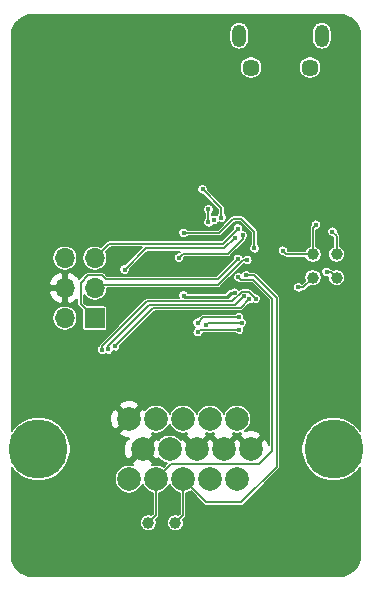
<source format=gbr>
G04 #@! TF.GenerationSoftware,KiCad,Pcbnew,5.1.10-88a1d61d58~88~ubuntu20.04.1*
G04 #@! TF.CreationDate,2021-09-24T12:37:35+02:00*
G04 #@! TF.ProjectId,carrier,63617272-6965-4722-9e6b-696361645f70,0.1*
G04 #@! TF.SameCoordinates,Original*
G04 #@! TF.FileFunction,Copper,L2,Bot*
G04 #@! TF.FilePolarity,Positive*
%FSLAX46Y46*%
G04 Gerber Fmt 4.6, Leading zero omitted, Abs format (unit mm)*
G04 Created by KiCad (PCBNEW 5.1.10-88a1d61d58~88~ubuntu20.04.1) date 2021-09-24 12:37:35*
%MOMM*%
%LPD*%
G01*
G04 APERTURE LIST*
G04 #@! TA.AperFunction,ComponentPad*
%ADD10R,1.700000X1.700000*%
G04 #@! TD*
G04 #@! TA.AperFunction,ComponentPad*
%ADD11O,1.700000X1.700000*%
G04 #@! TD*
G04 #@! TA.AperFunction,ComponentPad*
%ADD12C,2.000000*%
G04 #@! TD*
G04 #@! TA.AperFunction,ComponentPad*
%ADD13C,5.000000*%
G04 #@! TD*
G04 #@! TA.AperFunction,ComponentPad*
%ADD14C,1.450000*%
G04 #@! TD*
G04 #@! TA.AperFunction,ComponentPad*
%ADD15O,1.200000X1.900000*%
G04 #@! TD*
G04 #@! TA.AperFunction,SMDPad,CuDef*
%ADD16C,1.000000*%
G04 #@! TD*
G04 #@! TA.AperFunction,ViaPad*
%ADD17C,0.450000*%
G04 #@! TD*
G04 #@! TA.AperFunction,Conductor*
%ADD18C,0.250000*%
G04 #@! TD*
G04 #@! TA.AperFunction,Conductor*
%ADD19C,0.127000*%
G04 #@! TD*
G04 #@! TA.AperFunction,Conductor*
%ADD20C,0.150000*%
G04 #@! TD*
G04 #@! TA.AperFunction,Conductor*
%ADD21C,0.100000*%
G04 #@! TD*
G04 APERTURE END LIST*
D10*
G04 #@! TO.P,J1,1*
G04 #@! TO.N,mprj_io[3]*
X42010000Y-85920000D03*
D11*
G04 #@! TO.P,J1,2*
G04 #@! TO.N,mprj_io[2]*
X39470000Y-85920000D03*
G04 #@! TO.P,J1,3*
G04 #@! TO.N,mprj_io[4]*
X42010000Y-83380000D03*
G04 #@! TO.P,J1,4*
G04 #@! TO.N,GND*
X39470000Y-83380000D03*
G04 #@! TO.P,J1,5*
G04 #@! TO.N,mprj_io[1]*
X42010000Y-80840000D03*
G04 #@! TO.P,J1,6*
G04 #@! TO.N,+5V*
X39470000Y-80840000D03*
G04 #@! TD*
D12*
G04 #@! TO.P,J2,7*
G04 #@! TO.N,GND*
X52911000Y-97000000D03*
G04 #@! TO.P,J2,8*
X50625000Y-97000000D03*
G04 #@! TO.P,J2,6*
X55197000Y-97000000D03*
G04 #@! TO.P,J2,9*
G04 #@! TO.N,Net-(J2-Pad9)*
X48339000Y-97000000D03*
G04 #@! TO.P,J2,10*
G04 #@! TO.N,GND*
X46053000Y-97000000D03*
G04 #@! TO.P,J2,3*
G04 #@! TO.N,/blue*
X49480000Y-94460000D03*
G04 #@! TO.P,J2,5*
G04 #@! TO.N,GND*
X44908000Y-94460000D03*
G04 #@! TO.P,J2,1*
G04 #@! TO.N,/red*
X54052000Y-94460000D03*
G04 #@! TO.P,J2,4*
G04 #@! TO.N,Net-(J2-Pad4)*
X47194000Y-94460000D03*
G04 #@! TO.P,J2,2*
G04 #@! TO.N,/green*
X51766000Y-94460000D03*
G04 #@! TO.P,J2,15*
G04 #@! TO.N,Net-(J2-Pad15)*
X44908000Y-99540000D03*
G04 #@! TO.P,J2,14*
G04 #@! TO.N,mprj_io[12]*
X47194000Y-99540000D03*
G04 #@! TO.P,J2,13*
G04 #@! TO.N,mprj_io[11]*
X49480000Y-99540000D03*
G04 #@! TO.P,J2,12*
G04 #@! TO.N,Net-(J2-Pad12)*
X51766000Y-99540000D03*
G04 #@! TO.P,J2,11*
G04 #@! TO.N,Net-(J2-Pad11)*
X54052000Y-99540000D03*
D13*
G04 #@! TO.P,J2,*
G04 #@! TO.N,*
X37235000Y-97000000D03*
X62225000Y-97000000D03*
G04 #@! TD*
D14*
G04 #@! TO.P,J3,6*
G04 #@! TO.N,Net-(J3-Pad6)*
X60230000Y-64700000D03*
X55230000Y-64700000D03*
D15*
X61230000Y-62000000D03*
X54230000Y-62000000D03*
G04 #@! TD*
D16*
G04 #@! TO.P,TP2,1*
G04 #@! TO.N,flash_clk*
X60480000Y-80500000D03*
G04 #@! TD*
G04 #@! TO.P,TP3,1*
G04 #@! TO.N,flash_csb*
X60480000Y-82500000D03*
G04 #@! TD*
G04 #@! TO.P,TP4,1*
G04 #@! TO.N,flash_io0*
X62480000Y-80500000D03*
G04 #@! TD*
G04 #@! TO.P,TP5,1*
G04 #@! TO.N,flash_io1*
X62480000Y-82500000D03*
G04 #@! TD*
G04 #@! TO.P,TP7,1*
G04 #@! TO.N,mprj_io[11]*
X48830000Y-103250000D03*
G04 #@! TD*
G04 #@! TO.P,TP8,1*
G04 #@! TO.N,mprj_io[12]*
X46530000Y-103250000D03*
G04 #@! TD*
D17*
G04 #@! TO.N,GND*
X51480000Y-68000000D03*
X58230000Y-73500000D03*
X58230000Y-68000000D03*
X56230000Y-66250000D03*
X46730000Y-74000000D03*
X47730000Y-74500000D03*
X51730000Y-81000000D03*
X49831394Y-82200000D03*
X57130000Y-66200000D03*
X62980000Y-86077790D03*
X56530000Y-80200000D03*
X41029996Y-76300000D03*
X51480000Y-73500000D03*
X48430000Y-75999986D03*
G04 #@! TO.N,vccd*
X55530000Y-80000000D03*
X53863387Y-83760937D03*
X49530000Y-84000000D03*
X49530000Y-78700000D03*
G04 #@! TO.N,vdda*
X54530000Y-78900000D03*
X49134000Y-80800000D03*
G04 #@! TO.N,flash_io0*
X62130000Y-78600000D03*
X51629998Y-77800000D03*
X51630000Y-76700000D03*
G04 #@! TO.N,flash_csb*
X59230000Y-83300000D03*
G04 #@! TO.N,mprj_io[2]*
X44530000Y-81800000D03*
X53841843Y-79136643D03*
G04 #@! TO.N,mprj_io[1]*
X54130000Y-78332708D03*
G04 #@! TO.N,flash_io1*
X61630000Y-82000000D03*
X52119023Y-77597949D03*
G04 #@! TO.N,mprj_io[4]*
X54930000Y-81000000D03*
G04 #@! TO.N,mprj_io[3]*
X54122118Y-80892104D03*
G04 #@! TO.N,flash_clk*
X60730000Y-78000000D03*
X57930000Y-80200000D03*
G04 #@! TO.N,mprj_io[8]*
X42630000Y-88599994D03*
X55631896Y-84275476D03*
G04 #@! TO.N,mprj_io[10]*
X43730000Y-88300000D03*
X55106311Y-84301154D03*
G04 #@! TO.N,mprj_io[9]*
X43155227Y-88567820D03*
X54649596Y-84039792D03*
G04 #@! TO.N,mprj_io[12]*
X54155828Y-82458394D03*
G04 #@! TO.N,mprj_io[11]*
X54830000Y-82300000D03*
G04 #@! TO.N,mprj_io[14]*
X54230000Y-86900000D03*
X50730000Y-87100000D03*
G04 #@! TO.N,mprj_io[17]*
X54437434Y-86316808D03*
X51430000Y-86500000D03*
G04 #@! TO.N,mprj_io[18]*
X54224587Y-85835564D03*
X50713846Y-86297608D03*
G04 #@! TO.N,gpio*
X51130000Y-75000000D03*
X52730000Y-77400000D03*
G04 #@! TD*
D18*
G04 #@! TO.N,vccd*
X53545189Y-83760937D02*
X53863387Y-83760937D01*
X53206126Y-84100000D02*
X53545189Y-83760937D01*
X49630000Y-84100000D02*
X53206126Y-84100000D01*
X49530000Y-84000000D02*
X49630000Y-84100000D01*
D19*
X52530000Y-78700000D02*
X49530000Y-78700000D01*
X53730000Y-77500000D02*
X52530000Y-78700000D01*
X54430000Y-77500000D02*
X53730000Y-77500000D01*
X55530000Y-78600000D02*
X54430000Y-77500000D01*
X55530000Y-80000000D02*
X55530000Y-78600000D01*
G04 #@! TO.N,vdda*
X49730000Y-80464710D02*
X49794710Y-80464710D01*
X49469290Y-80464710D02*
X49134000Y-80800000D01*
X49794710Y-80464710D02*
X49469290Y-80464710D01*
X49794710Y-80464710D02*
X53283488Y-80464710D01*
X53283488Y-80464710D02*
X54530000Y-79218198D01*
X54530000Y-79218198D02*
X54530000Y-78900000D01*
G04 #@! TO.N,flash_io0*
X62480000Y-78950000D02*
X62130000Y-78600000D01*
X62480000Y-80500000D02*
X62480000Y-78950000D01*
X51629998Y-76700002D02*
X51630000Y-76700000D01*
X51629998Y-77800000D02*
X51629998Y-76700002D01*
G04 #@! TO.N,flash_csb*
X59680000Y-83300000D02*
X59230000Y-83300000D01*
X60480000Y-82500000D02*
X59680000Y-83300000D01*
G04 #@! TO.N,mprj_io[2]*
X44530000Y-81800000D02*
X46330000Y-80000000D01*
X46330000Y-80000000D02*
X52978486Y-80000000D01*
X52978486Y-80000000D02*
X53841843Y-79136643D01*
G04 #@! TO.N,mprj_io[1]*
X52862708Y-79600000D02*
X54130000Y-78332708D01*
X43250000Y-79600000D02*
X52862708Y-79600000D01*
X42010000Y-80840000D02*
X43250000Y-79600000D01*
G04 #@! TO.N,flash_io1*
X61980000Y-82000000D02*
X61630000Y-82000000D01*
X62480000Y-82500000D02*
X61980000Y-82000000D01*
G04 #@! TO.N,mprj_io[4]*
X54530000Y-81000000D02*
X54930000Y-81000000D01*
X52430000Y-83100000D02*
X54530000Y-81000000D01*
X42290000Y-83100000D02*
X52430000Y-83100000D01*
X42010000Y-83380000D02*
X42290000Y-83100000D01*
G04 #@! TO.N,mprj_io[3]*
X40830000Y-82900000D02*
X41430000Y-82300000D01*
X42630000Y-82300000D02*
X42930000Y-82600000D01*
X40830000Y-84740000D02*
X40830000Y-82900000D01*
X42010000Y-85920000D02*
X40830000Y-84740000D01*
X41430000Y-82300000D02*
X42630000Y-82300000D01*
X42930000Y-82600000D02*
X52414222Y-82600000D01*
X52414222Y-82600000D02*
X54122118Y-80892104D01*
G04 #@! TO.N,flash_clk*
X60480000Y-78250000D02*
X60730000Y-78000000D01*
X60480000Y-80500000D02*
X60480000Y-78250000D01*
X58230000Y-80500000D02*
X57930000Y-80200000D01*
X60480000Y-80500000D02*
X58230000Y-80500000D01*
G04 #@! TO.N,mprj_io[8]*
X53653646Y-84500000D02*
X54485734Y-83667912D01*
X54485734Y-83667912D02*
X55024332Y-83667912D01*
X42630000Y-88281796D02*
X46411796Y-84500000D01*
X55024332Y-83667912D02*
X55631896Y-84275476D01*
X42630000Y-88599994D02*
X42630000Y-88281796D01*
X46411796Y-84500000D02*
X53653646Y-84500000D01*
G04 #@! TO.N,mprj_io[10]*
X54356466Y-85050999D02*
X55106311Y-84301154D01*
X43730000Y-88300000D02*
X46979001Y-85050999D01*
X46979001Y-85050999D02*
X54356466Y-85050999D01*
G04 #@! TO.N,mprj_io[9]*
X43155227Y-88249622D02*
X46604849Y-84800000D01*
X53889388Y-84800000D02*
X54649596Y-84039792D01*
X43155227Y-88567820D02*
X43155227Y-88249622D01*
X46604849Y-84800000D02*
X53889388Y-84800000D01*
G04 #@! TO.N,mprj_io[12]*
X47194000Y-102586000D02*
X46530000Y-103250000D01*
X47194000Y-99540000D02*
X47194000Y-102586000D01*
X54380827Y-82683393D02*
X54155828Y-82458394D01*
X55413393Y-82683393D02*
X54380827Y-82683393D01*
X57030000Y-97200000D02*
X57030000Y-84300000D01*
X48434000Y-98300000D02*
X55930000Y-98300000D01*
X47194000Y-99540000D02*
X48434000Y-98300000D01*
X57030000Y-84300000D02*
X55413393Y-82683393D01*
X55930000Y-98300000D02*
X57030000Y-97200000D01*
G04 #@! TO.N,mprj_io[11]*
X49480000Y-102600000D02*
X48830000Y-103250000D01*
X49480000Y-99540000D02*
X49480000Y-102600000D01*
X57433209Y-98496791D02*
X57433209Y-84203209D01*
X55530000Y-82300000D02*
X54830000Y-82300000D01*
X54430000Y-101500000D02*
X57433209Y-98496791D01*
X51440000Y-101500000D02*
X54430000Y-101500000D01*
X57433209Y-84203209D02*
X55530000Y-82300000D01*
X49480000Y-99540000D02*
X51440000Y-101500000D01*
G04 #@! TO.N,mprj_io[14]*
X50930000Y-86900000D02*
X50730000Y-87100000D01*
X54230000Y-86900000D02*
X50930000Y-86900000D01*
G04 #@! TO.N,mprj_io[17]*
X54437434Y-86316808D02*
X51613192Y-86316808D01*
X51613192Y-86316808D02*
X51430000Y-86500000D01*
G04 #@! TO.N,mprj_io[18]*
X54224587Y-85835564D02*
X51175890Y-85835564D01*
X51175890Y-85835564D02*
X50713846Y-86297608D01*
G04 #@! TO.N,gpio*
X51130000Y-75000000D02*
X52730000Y-76600000D01*
X52730000Y-76600000D02*
X52730000Y-77400000D01*
G04 #@! TD*
D20*
G04 #@! TO.N,GND*
X63069678Y-60284505D02*
X63396416Y-60383153D01*
X63697775Y-60543389D01*
X63962267Y-60759104D01*
X64179822Y-61022082D01*
X64342154Y-61322310D01*
X64443083Y-61648359D01*
X64479997Y-61999576D01*
X64480001Y-62000592D01*
X64480000Y-95469976D01*
X64341646Y-95262914D01*
X63962086Y-94883354D01*
X63515771Y-94585136D01*
X63019853Y-94379720D01*
X62493389Y-94275000D01*
X61956611Y-94275000D01*
X61430147Y-94379720D01*
X60934229Y-94585136D01*
X60487914Y-94883354D01*
X60108354Y-95262914D01*
X59810136Y-95709229D01*
X59604720Y-96205147D01*
X59500000Y-96731611D01*
X59500000Y-97268389D01*
X59604720Y-97794853D01*
X59810136Y-98290771D01*
X60108354Y-98737086D01*
X60487914Y-99116646D01*
X60934229Y-99414864D01*
X61430147Y-99620280D01*
X61956611Y-99725000D01*
X62493389Y-99725000D01*
X63019853Y-99620280D01*
X63515771Y-99414864D01*
X63962086Y-99116646D01*
X64341646Y-98737086D01*
X64480000Y-98530024D01*
X64480000Y-105987771D01*
X64445495Y-106339679D01*
X64346847Y-106666416D01*
X64186612Y-106967773D01*
X63970900Y-107232262D01*
X63707918Y-107449822D01*
X63407690Y-107612154D01*
X63081642Y-107713083D01*
X62730424Y-107749997D01*
X62729693Y-107750000D01*
X36742229Y-107750000D01*
X36390321Y-107715495D01*
X36063584Y-107616847D01*
X35762227Y-107456612D01*
X35497738Y-107240900D01*
X35280178Y-106977918D01*
X35117846Y-106677690D01*
X35016917Y-106351642D01*
X34980003Y-106000424D01*
X34980000Y-105999693D01*
X34980000Y-98530025D01*
X35118354Y-98737086D01*
X35497914Y-99116646D01*
X35944229Y-99414864D01*
X36440147Y-99620280D01*
X36966611Y-99725000D01*
X37503389Y-99725000D01*
X38029853Y-99620280D01*
X38514945Y-99419348D01*
X43683000Y-99419348D01*
X43683000Y-99660652D01*
X43730076Y-99897319D01*
X43822419Y-100120255D01*
X43956481Y-100320892D01*
X44127108Y-100491519D01*
X44327745Y-100625581D01*
X44550681Y-100717924D01*
X44787348Y-100765000D01*
X45028652Y-100765000D01*
X45265319Y-100717924D01*
X45488255Y-100625581D01*
X45688892Y-100491519D01*
X45859519Y-100320892D01*
X45993581Y-100120255D01*
X46051000Y-99981633D01*
X46108419Y-100120255D01*
X46242481Y-100320892D01*
X46413108Y-100491519D01*
X46613745Y-100625581D01*
X46836681Y-100717924D01*
X46905500Y-100731613D01*
X46905501Y-102466499D01*
X46796392Y-102575608D01*
X46741475Y-102552861D01*
X46601406Y-102525000D01*
X46458594Y-102525000D01*
X46318525Y-102552861D01*
X46186584Y-102607513D01*
X46067839Y-102686856D01*
X45966856Y-102787839D01*
X45887513Y-102906584D01*
X45832861Y-103038525D01*
X45805000Y-103178594D01*
X45805000Y-103321406D01*
X45832861Y-103461475D01*
X45887513Y-103593416D01*
X45966856Y-103712161D01*
X46067839Y-103813144D01*
X46186584Y-103892487D01*
X46318525Y-103947139D01*
X46458594Y-103975000D01*
X46601406Y-103975000D01*
X46741475Y-103947139D01*
X46873416Y-103892487D01*
X46992161Y-103813144D01*
X47093144Y-103712161D01*
X47172487Y-103593416D01*
X47227139Y-103461475D01*
X47255000Y-103321406D01*
X47255000Y-103178594D01*
X47227139Y-103038525D01*
X47204392Y-102983608D01*
X47387979Y-102800021D01*
X47398987Y-102790987D01*
X47435039Y-102747057D01*
X47461828Y-102696938D01*
X47478325Y-102642556D01*
X47482500Y-102600164D01*
X47482500Y-102600162D01*
X47483895Y-102586000D01*
X47482500Y-102571838D01*
X47482500Y-100731613D01*
X47551319Y-100717924D01*
X47774255Y-100625581D01*
X47974892Y-100491519D01*
X48145519Y-100320892D01*
X48279581Y-100120255D01*
X48337000Y-99981633D01*
X48394419Y-100120255D01*
X48528481Y-100320892D01*
X48699108Y-100491519D01*
X48899745Y-100625581D01*
X49122681Y-100717924D01*
X49191500Y-100731613D01*
X49191501Y-102480499D01*
X49096392Y-102575608D01*
X49041475Y-102552861D01*
X48901406Y-102525000D01*
X48758594Y-102525000D01*
X48618525Y-102552861D01*
X48486584Y-102607513D01*
X48367839Y-102686856D01*
X48266856Y-102787839D01*
X48187513Y-102906584D01*
X48132861Y-103038525D01*
X48105000Y-103178594D01*
X48105000Y-103321406D01*
X48132861Y-103461475D01*
X48187513Y-103593416D01*
X48266856Y-103712161D01*
X48367839Y-103813144D01*
X48486584Y-103892487D01*
X48618525Y-103947139D01*
X48758594Y-103975000D01*
X48901406Y-103975000D01*
X49041475Y-103947139D01*
X49173416Y-103892487D01*
X49292161Y-103813144D01*
X49393144Y-103712161D01*
X49472487Y-103593416D01*
X49527139Y-103461475D01*
X49555000Y-103321406D01*
X49555000Y-103178594D01*
X49527139Y-103038525D01*
X49504392Y-102983608D01*
X49673979Y-102814021D01*
X49684987Y-102804987D01*
X49721039Y-102761057D01*
X49747828Y-102710938D01*
X49764325Y-102656556D01*
X49768500Y-102614164D01*
X49768500Y-102614162D01*
X49769895Y-102600000D01*
X49768500Y-102585838D01*
X49768500Y-100731613D01*
X49837319Y-100717924D01*
X50060255Y-100625581D01*
X50118598Y-100586598D01*
X51225984Y-101693985D01*
X51235013Y-101704987D01*
X51246014Y-101714015D01*
X51246015Y-101714016D01*
X51278943Y-101741039D01*
X51329062Y-101767828D01*
X51383444Y-101784325D01*
X51440000Y-101789895D01*
X51454164Y-101788500D01*
X54415838Y-101788500D01*
X54430000Y-101789895D01*
X54444162Y-101788500D01*
X54444164Y-101788500D01*
X54486556Y-101784325D01*
X54540938Y-101767828D01*
X54591057Y-101741039D01*
X54634987Y-101704987D01*
X54644025Y-101693974D01*
X57627190Y-98710810D01*
X57638196Y-98701778D01*
X57674248Y-98657848D01*
X57701037Y-98607729D01*
X57717534Y-98553347D01*
X57721709Y-98510955D01*
X57721709Y-98510953D01*
X57723104Y-98496791D01*
X57721709Y-98482629D01*
X57721709Y-84217371D01*
X57723104Y-84203209D01*
X57721709Y-84189045D01*
X57717534Y-84146653D01*
X57701037Y-84092271D01*
X57674248Y-84042152D01*
X57638196Y-83998222D01*
X57627188Y-83989188D01*
X56893679Y-83255679D01*
X58780000Y-83255679D01*
X58780000Y-83344321D01*
X58797294Y-83431260D01*
X58831215Y-83513155D01*
X58880462Y-83586858D01*
X58943142Y-83649538D01*
X59016845Y-83698785D01*
X59098740Y-83732706D01*
X59185679Y-83750000D01*
X59274321Y-83750000D01*
X59361260Y-83732706D01*
X59443155Y-83698785D01*
X59516858Y-83649538D01*
X59577896Y-83588500D01*
X59665838Y-83588500D01*
X59680000Y-83589895D01*
X59694162Y-83588500D01*
X59694164Y-83588500D01*
X59736556Y-83584325D01*
X59790938Y-83567828D01*
X59841057Y-83541039D01*
X59884987Y-83504987D01*
X59894025Y-83493974D01*
X60213608Y-83174391D01*
X60268525Y-83197139D01*
X60408594Y-83225000D01*
X60551406Y-83225000D01*
X60691475Y-83197139D01*
X60823416Y-83142487D01*
X60942161Y-83063144D01*
X61043144Y-82962161D01*
X61122487Y-82843416D01*
X61177139Y-82711475D01*
X61205000Y-82571406D01*
X61205000Y-82428594D01*
X61177139Y-82288525D01*
X61122487Y-82156584D01*
X61043144Y-82037839D01*
X60960984Y-81955679D01*
X61180000Y-81955679D01*
X61180000Y-82044321D01*
X61197294Y-82131260D01*
X61231215Y-82213155D01*
X61280462Y-82286858D01*
X61343142Y-82349538D01*
X61416845Y-82398785D01*
X61498740Y-82432706D01*
X61585679Y-82450000D01*
X61674321Y-82450000D01*
X61755000Y-82433951D01*
X61755000Y-82571406D01*
X61782861Y-82711475D01*
X61837513Y-82843416D01*
X61916856Y-82962161D01*
X62017839Y-83063144D01*
X62136584Y-83142487D01*
X62268525Y-83197139D01*
X62408594Y-83225000D01*
X62551406Y-83225000D01*
X62691475Y-83197139D01*
X62823416Y-83142487D01*
X62942161Y-83063144D01*
X63043144Y-82962161D01*
X63122487Y-82843416D01*
X63177139Y-82711475D01*
X63205000Y-82571406D01*
X63205000Y-82428594D01*
X63177139Y-82288525D01*
X63122487Y-82156584D01*
X63043144Y-82037839D01*
X62942161Y-81936856D01*
X62823416Y-81857513D01*
X62691475Y-81802861D01*
X62551406Y-81775000D01*
X62408594Y-81775000D01*
X62268525Y-81802861D01*
X62213608Y-81825609D01*
X62194025Y-81806026D01*
X62184987Y-81795013D01*
X62141057Y-81758961D01*
X62090938Y-81732172D01*
X62036556Y-81715675D01*
X61994164Y-81711500D01*
X61994162Y-81711500D01*
X61980000Y-81710105D01*
X61976815Y-81710419D01*
X61916858Y-81650462D01*
X61843155Y-81601215D01*
X61761260Y-81567294D01*
X61674321Y-81550000D01*
X61585679Y-81550000D01*
X61498740Y-81567294D01*
X61416845Y-81601215D01*
X61343142Y-81650462D01*
X61280462Y-81713142D01*
X61231215Y-81786845D01*
X61197294Y-81868740D01*
X61180000Y-81955679D01*
X60960984Y-81955679D01*
X60942161Y-81936856D01*
X60823416Y-81857513D01*
X60691475Y-81802861D01*
X60551406Y-81775000D01*
X60408594Y-81775000D01*
X60268525Y-81802861D01*
X60136584Y-81857513D01*
X60017839Y-81936856D01*
X59916856Y-82037839D01*
X59837513Y-82156584D01*
X59782861Y-82288525D01*
X59755000Y-82428594D01*
X59755000Y-82571406D01*
X59782861Y-82711475D01*
X59805609Y-82766392D01*
X59569198Y-83002802D01*
X59516858Y-82950462D01*
X59443155Y-82901215D01*
X59361260Y-82867294D01*
X59274321Y-82850000D01*
X59185679Y-82850000D01*
X59098740Y-82867294D01*
X59016845Y-82901215D01*
X58943142Y-82950462D01*
X58880462Y-83013142D01*
X58831215Y-83086845D01*
X58797294Y-83168740D01*
X58780000Y-83255679D01*
X56893679Y-83255679D01*
X55744025Y-82106026D01*
X55734987Y-82095013D01*
X55691057Y-82058961D01*
X55640938Y-82032172D01*
X55586556Y-82015675D01*
X55544164Y-82011500D01*
X55544162Y-82011500D01*
X55530000Y-82010105D01*
X55515838Y-82011500D01*
X55177896Y-82011500D01*
X55116858Y-81950462D01*
X55043155Y-81901215D01*
X54961260Y-81867294D01*
X54874321Y-81850000D01*
X54785679Y-81850000D01*
X54698740Y-81867294D01*
X54616845Y-81901215D01*
X54543142Y-81950462D01*
X54480462Y-82013142D01*
X54431215Y-82086845D01*
X54426561Y-82098081D01*
X54368983Y-82059609D01*
X54287088Y-82025688D01*
X54200149Y-82008394D01*
X54111507Y-82008394D01*
X54024568Y-82025688D01*
X53942673Y-82059609D01*
X53868970Y-82108856D01*
X53806290Y-82171536D01*
X53757043Y-82245239D01*
X53723122Y-82327134D01*
X53705828Y-82414073D01*
X53705828Y-82502715D01*
X53723122Y-82589654D01*
X53757043Y-82671549D01*
X53806290Y-82745252D01*
X53868970Y-82807932D01*
X53942673Y-82857179D01*
X54024568Y-82891100D01*
X54111507Y-82908394D01*
X54200149Y-82908394D01*
X54200212Y-82908381D01*
X54219770Y-82924432D01*
X54269889Y-82951221D01*
X54324271Y-82967718D01*
X54380827Y-82973288D01*
X54394991Y-82971893D01*
X55293894Y-82971893D01*
X56741501Y-84419502D01*
X56741500Y-96641741D01*
X56730093Y-96575950D01*
X56617907Y-96285006D01*
X56580909Y-96215787D01*
X56337407Y-96112737D01*
X55450144Y-97000000D01*
X55464287Y-97014143D01*
X55211143Y-97267287D01*
X55197000Y-97253144D01*
X55182858Y-97267287D01*
X54929714Y-97014143D01*
X54943856Y-97000000D01*
X54396577Y-96452721D01*
X54331907Y-96285006D01*
X54294909Y-96215787D01*
X54060398Y-96116542D01*
X54056593Y-96112737D01*
X54054000Y-96113834D01*
X54051407Y-96112737D01*
X54047602Y-96116542D01*
X53813091Y-96215787D01*
X53705324Y-96458820D01*
X53164144Y-97000000D01*
X53178287Y-97014143D01*
X52925143Y-97267287D01*
X52911000Y-97253144D01*
X52896858Y-97267287D01*
X52643714Y-97014143D01*
X52657856Y-97000000D01*
X52110577Y-96452721D01*
X52045907Y-96285006D01*
X52008909Y-96215787D01*
X51774398Y-96116542D01*
X51770593Y-96112737D01*
X51768000Y-96113834D01*
X51765407Y-96112737D01*
X51761602Y-96116542D01*
X51527091Y-96215787D01*
X51419324Y-96458820D01*
X50878144Y-97000000D01*
X50892287Y-97014143D01*
X50639143Y-97267287D01*
X50625000Y-97253144D01*
X50610858Y-97267287D01*
X50357714Y-97014143D01*
X50371856Y-97000000D01*
X49484593Y-96112737D01*
X49273488Y-96202077D01*
X49119892Y-96048481D01*
X48919255Y-95914419D01*
X48696319Y-95822076D01*
X48459652Y-95775000D01*
X48218348Y-95775000D01*
X47981681Y-95822076D01*
X47758745Y-95914419D01*
X47558108Y-96048481D01*
X47404512Y-96202077D01*
X47193407Y-96112737D01*
X46306144Y-97000000D01*
X47193407Y-97887263D01*
X47404512Y-97797923D01*
X47558108Y-97951519D01*
X47758745Y-98085581D01*
X47981681Y-98177924D01*
X48120469Y-98205531D01*
X47832598Y-98493403D01*
X47774255Y-98454419D01*
X47551319Y-98362076D01*
X47314652Y-98315000D01*
X47073348Y-98315000D01*
X46847351Y-98359954D01*
X46940263Y-98140407D01*
X46053000Y-97253144D01*
X45165737Y-98140407D01*
X45259017Y-98360822D01*
X45028652Y-98315000D01*
X44787348Y-98315000D01*
X44550681Y-98362076D01*
X44327745Y-98454419D01*
X44127108Y-98588481D01*
X43956481Y-98759108D01*
X43822419Y-98959745D01*
X43730076Y-99182681D01*
X43683000Y-99419348D01*
X38514945Y-99419348D01*
X38525771Y-99414864D01*
X38972086Y-99116646D01*
X39351646Y-98737086D01*
X39649864Y-98290771D01*
X39855280Y-97794853D01*
X39960000Y-97268389D01*
X39960000Y-96731611D01*
X39855280Y-96205147D01*
X39649864Y-95709229D01*
X39577152Y-95600407D01*
X44020737Y-95600407D01*
X44123787Y-95843909D01*
X44408843Y-95970310D01*
X44713081Y-96038670D01*
X44841697Y-96041844D01*
X44912591Y-96112738D01*
X44669091Y-96215787D01*
X44542690Y-96500843D01*
X44474330Y-96805081D01*
X44466637Y-97116810D01*
X44519907Y-97424050D01*
X44632093Y-97714994D01*
X44669091Y-97784213D01*
X44912593Y-97887263D01*
X45799856Y-97000000D01*
X45785714Y-96985858D01*
X46038858Y-96732714D01*
X46053000Y-96746856D01*
X46940263Y-95859593D01*
X46847351Y-95640046D01*
X47073348Y-95685000D01*
X47314652Y-95685000D01*
X47551319Y-95637924D01*
X47774255Y-95545581D01*
X47974892Y-95411519D01*
X48145519Y-95240892D01*
X48279581Y-95040255D01*
X48337000Y-94901633D01*
X48394419Y-95040255D01*
X48528481Y-95240892D01*
X48699108Y-95411519D01*
X48899745Y-95545581D01*
X49122681Y-95637924D01*
X49359348Y-95685000D01*
X49600652Y-95685000D01*
X49831017Y-95639178D01*
X49737737Y-95859593D01*
X50625000Y-96746856D01*
X51512263Y-95859593D01*
X51419351Y-95640046D01*
X51645348Y-95685000D01*
X51886652Y-95685000D01*
X52117017Y-95639178D01*
X52023737Y-95859593D01*
X52911000Y-96746856D01*
X53798263Y-95859593D01*
X53705351Y-95640046D01*
X53931348Y-95685000D01*
X54172652Y-95685000D01*
X54403017Y-95639178D01*
X54309737Y-95859593D01*
X55197000Y-96746856D01*
X56084263Y-95859593D01*
X55981213Y-95616091D01*
X55696157Y-95489690D01*
X55391919Y-95421330D01*
X55080190Y-95413637D01*
X54772950Y-95466907D01*
X54718681Y-95487833D01*
X54832892Y-95411519D01*
X55003519Y-95240892D01*
X55137581Y-95040255D01*
X55229924Y-94817319D01*
X55277000Y-94580652D01*
X55277000Y-94339348D01*
X55229924Y-94102681D01*
X55137581Y-93879745D01*
X55003519Y-93679108D01*
X54832892Y-93508481D01*
X54632255Y-93374419D01*
X54409319Y-93282076D01*
X54172652Y-93235000D01*
X53931348Y-93235000D01*
X53694681Y-93282076D01*
X53471745Y-93374419D01*
X53271108Y-93508481D01*
X53100481Y-93679108D01*
X52966419Y-93879745D01*
X52909000Y-94018367D01*
X52851581Y-93879745D01*
X52717519Y-93679108D01*
X52546892Y-93508481D01*
X52346255Y-93374419D01*
X52123319Y-93282076D01*
X51886652Y-93235000D01*
X51645348Y-93235000D01*
X51408681Y-93282076D01*
X51185745Y-93374419D01*
X50985108Y-93508481D01*
X50814481Y-93679108D01*
X50680419Y-93879745D01*
X50623000Y-94018367D01*
X50565581Y-93879745D01*
X50431519Y-93679108D01*
X50260892Y-93508481D01*
X50060255Y-93374419D01*
X49837319Y-93282076D01*
X49600652Y-93235000D01*
X49359348Y-93235000D01*
X49122681Y-93282076D01*
X48899745Y-93374419D01*
X48699108Y-93508481D01*
X48528481Y-93679108D01*
X48394419Y-93879745D01*
X48337000Y-94018367D01*
X48279581Y-93879745D01*
X48145519Y-93679108D01*
X47974892Y-93508481D01*
X47774255Y-93374419D01*
X47551319Y-93282076D01*
X47314652Y-93235000D01*
X47073348Y-93235000D01*
X46836681Y-93282076D01*
X46613745Y-93374419D01*
X46413108Y-93508481D01*
X46259512Y-93662077D01*
X46048407Y-93572737D01*
X45161144Y-94460000D01*
X45175287Y-94474143D01*
X44922143Y-94727287D01*
X44908000Y-94713144D01*
X44020737Y-95600407D01*
X39577152Y-95600407D01*
X39351646Y-95262914D01*
X38972086Y-94883354D01*
X38525771Y-94585136D01*
X38505671Y-94576810D01*
X43321637Y-94576810D01*
X43374907Y-94884050D01*
X43487093Y-95174994D01*
X43524091Y-95244213D01*
X43767593Y-95347263D01*
X44654856Y-94460000D01*
X43767593Y-93572737D01*
X43524091Y-93675787D01*
X43397690Y-93960843D01*
X43329330Y-94265081D01*
X43321637Y-94576810D01*
X38505671Y-94576810D01*
X38029853Y-94379720D01*
X37503389Y-94275000D01*
X36966611Y-94275000D01*
X36440147Y-94379720D01*
X35944229Y-94585136D01*
X35497914Y-94883354D01*
X35118354Y-95262914D01*
X34980000Y-95469975D01*
X34980000Y-93319593D01*
X44020737Y-93319593D01*
X44908000Y-94206856D01*
X45795263Y-93319593D01*
X45692213Y-93076091D01*
X45407157Y-92949690D01*
X45102919Y-92881330D01*
X44791190Y-92873637D01*
X44483950Y-92926907D01*
X44193006Y-93039093D01*
X44123787Y-93076091D01*
X44020737Y-93319593D01*
X34980000Y-93319593D01*
X34980000Y-88555673D01*
X42180000Y-88555673D01*
X42180000Y-88644315D01*
X42197294Y-88731254D01*
X42231215Y-88813149D01*
X42280462Y-88886852D01*
X42343142Y-88949532D01*
X42416845Y-88998779D01*
X42498740Y-89032700D01*
X42585679Y-89049994D01*
X42674321Y-89049994D01*
X42761260Y-89032700D01*
X42843155Y-88998779D01*
X42916689Y-88949645D01*
X42942072Y-88966605D01*
X43023967Y-89000526D01*
X43110906Y-89017820D01*
X43199548Y-89017820D01*
X43286487Y-89000526D01*
X43368382Y-88966605D01*
X43442085Y-88917358D01*
X43504765Y-88854678D01*
X43554012Y-88780975D01*
X43577627Y-88723961D01*
X43598740Y-88732706D01*
X43685679Y-88750000D01*
X43774321Y-88750000D01*
X43861260Y-88732706D01*
X43943155Y-88698785D01*
X44016858Y-88649538D01*
X44079538Y-88586858D01*
X44128785Y-88513155D01*
X44162706Y-88431260D01*
X44180000Y-88344321D01*
X44180000Y-88257999D01*
X46184713Y-86253287D01*
X50263846Y-86253287D01*
X50263846Y-86341929D01*
X50281140Y-86428868D01*
X50315061Y-86510763D01*
X50364308Y-86584466D01*
X50426988Y-86647146D01*
X50500691Y-86696393D01*
X50515118Y-86702369D01*
X50443142Y-86750462D01*
X50380462Y-86813142D01*
X50331215Y-86886845D01*
X50297294Y-86968740D01*
X50280000Y-87055679D01*
X50280000Y-87144321D01*
X50297294Y-87231260D01*
X50331215Y-87313155D01*
X50380462Y-87386858D01*
X50443142Y-87449538D01*
X50516845Y-87498785D01*
X50598740Y-87532706D01*
X50685679Y-87550000D01*
X50774321Y-87550000D01*
X50861260Y-87532706D01*
X50943155Y-87498785D01*
X51016858Y-87449538D01*
X51079538Y-87386858D01*
X51128785Y-87313155D01*
X51162706Y-87231260D01*
X51171212Y-87188500D01*
X53882104Y-87188500D01*
X53943142Y-87249538D01*
X54016845Y-87298785D01*
X54098740Y-87332706D01*
X54185679Y-87350000D01*
X54274321Y-87350000D01*
X54361260Y-87332706D01*
X54443155Y-87298785D01*
X54516858Y-87249538D01*
X54579538Y-87186858D01*
X54628785Y-87113155D01*
X54662706Y-87031260D01*
X54680000Y-86944321D01*
X54680000Y-86855679D01*
X54662706Y-86768740D01*
X54642142Y-86719092D01*
X54650589Y-86715593D01*
X54724292Y-86666346D01*
X54786972Y-86603666D01*
X54836219Y-86529963D01*
X54870140Y-86448068D01*
X54887434Y-86361129D01*
X54887434Y-86272487D01*
X54870140Y-86185548D01*
X54836219Y-86103653D01*
X54786972Y-86029950D01*
X54724292Y-85967270D01*
X54665075Y-85927702D01*
X54674587Y-85879885D01*
X54674587Y-85791243D01*
X54657293Y-85704304D01*
X54623372Y-85622409D01*
X54574125Y-85548706D01*
X54511445Y-85486026D01*
X54437742Y-85436779D01*
X54355847Y-85402858D01*
X54268908Y-85385564D01*
X54180266Y-85385564D01*
X54093327Y-85402858D01*
X54011432Y-85436779D01*
X53937729Y-85486026D01*
X53876691Y-85547064D01*
X51190052Y-85547064D01*
X51175890Y-85545669D01*
X51161728Y-85547064D01*
X51161726Y-85547064D01*
X51119334Y-85551239D01*
X51064952Y-85567736D01*
X51014833Y-85594525D01*
X50970903Y-85630577D01*
X50961869Y-85641585D01*
X50755846Y-85847608D01*
X50669525Y-85847608D01*
X50582586Y-85864902D01*
X50500691Y-85898823D01*
X50426988Y-85948070D01*
X50364308Y-86010750D01*
X50315061Y-86084453D01*
X50281140Y-86166348D01*
X50263846Y-86253287D01*
X46184713Y-86253287D01*
X47098502Y-85339499D01*
X54342304Y-85339499D01*
X54356466Y-85340894D01*
X54370628Y-85339499D01*
X54370630Y-85339499D01*
X54413022Y-85335324D01*
X54467404Y-85318827D01*
X54517523Y-85292038D01*
X54561453Y-85255986D01*
X54570491Y-85244973D01*
X55064311Y-84751154D01*
X55150632Y-84751154D01*
X55237571Y-84733860D01*
X55319466Y-84699939D01*
X55388318Y-84653933D01*
X55418741Y-84674261D01*
X55500636Y-84708182D01*
X55587575Y-84725476D01*
X55676217Y-84725476D01*
X55763156Y-84708182D01*
X55845051Y-84674261D01*
X55918754Y-84625014D01*
X55981434Y-84562334D01*
X56030681Y-84488631D01*
X56064602Y-84406736D01*
X56081896Y-84319797D01*
X56081896Y-84231155D01*
X56064602Y-84144216D01*
X56030681Y-84062321D01*
X55981434Y-83988618D01*
X55918754Y-83925938D01*
X55845051Y-83876691D01*
X55763156Y-83842770D01*
X55676217Y-83825476D01*
X55589896Y-83825476D01*
X55238357Y-83473938D01*
X55229319Y-83462925D01*
X55185389Y-83426873D01*
X55135270Y-83400084D01*
X55080888Y-83383587D01*
X55038496Y-83379412D01*
X55038494Y-83379412D01*
X55024332Y-83378017D01*
X55010170Y-83379412D01*
X54499895Y-83379412D01*
X54485733Y-83378017D01*
X54471571Y-83379412D01*
X54471570Y-83379412D01*
X54429178Y-83383587D01*
X54374796Y-83400084D01*
X54353627Y-83411399D01*
X54324676Y-83426873D01*
X54319331Y-83431260D01*
X54280747Y-83462925D01*
X54271713Y-83473933D01*
X54236414Y-83509232D01*
X54212925Y-83474079D01*
X54150245Y-83411399D01*
X54076542Y-83362152D01*
X53994647Y-83328231D01*
X53907708Y-83310937D01*
X53819066Y-83310937D01*
X53732127Y-83328231D01*
X53650232Y-83362152D01*
X53577220Y-83410937D01*
X53562374Y-83410937D01*
X53545188Y-83409244D01*
X53528002Y-83410937D01*
X53528000Y-83410937D01*
X53476577Y-83416002D01*
X53410602Y-83436015D01*
X53349799Y-83468515D01*
X53296504Y-83512252D01*
X53285544Y-83525607D01*
X53061152Y-83750000D01*
X49904166Y-83750000D01*
X49879538Y-83713142D01*
X49816858Y-83650462D01*
X49743155Y-83601215D01*
X49661260Y-83567294D01*
X49574321Y-83550000D01*
X49485679Y-83550000D01*
X49398740Y-83567294D01*
X49316845Y-83601215D01*
X49243142Y-83650462D01*
X49180462Y-83713142D01*
X49131215Y-83786845D01*
X49097294Y-83868740D01*
X49080000Y-83955679D01*
X49080000Y-84044321D01*
X49097294Y-84131260D01*
X49130529Y-84211500D01*
X46425957Y-84211500D01*
X46411795Y-84210105D01*
X46397633Y-84211500D01*
X46397632Y-84211500D01*
X46355240Y-84215675D01*
X46300858Y-84232172D01*
X46277609Y-84244599D01*
X46250738Y-84258961D01*
X46235921Y-84271122D01*
X46206809Y-84295013D01*
X46197775Y-84306021D01*
X42436022Y-88067775D01*
X42425014Y-88076809D01*
X42403779Y-88102684D01*
X42388961Y-88120739D01*
X42379369Y-88138685D01*
X42362172Y-88170858D01*
X42345675Y-88225240D01*
X42343195Y-88250421D01*
X42343142Y-88250456D01*
X42280462Y-88313136D01*
X42231215Y-88386839D01*
X42197294Y-88468734D01*
X42180000Y-88555673D01*
X34980000Y-88555673D01*
X34980000Y-85814122D01*
X38395000Y-85814122D01*
X38395000Y-86025878D01*
X38436312Y-86233566D01*
X38517348Y-86429203D01*
X38634993Y-86605272D01*
X38784728Y-86755007D01*
X38960797Y-86872652D01*
X39156434Y-86953688D01*
X39364122Y-86995000D01*
X39575878Y-86995000D01*
X39783566Y-86953688D01*
X39979203Y-86872652D01*
X40155272Y-86755007D01*
X40305007Y-86605272D01*
X40422652Y-86429203D01*
X40503688Y-86233566D01*
X40545000Y-86025878D01*
X40545000Y-85814122D01*
X40503688Y-85606434D01*
X40422652Y-85410797D01*
X40305007Y-85234728D01*
X40155272Y-85084993D01*
X39979203Y-84967348D01*
X39783566Y-84886312D01*
X39575878Y-84845000D01*
X39364122Y-84845000D01*
X39156434Y-84886312D01*
X38960797Y-84967348D01*
X38784728Y-85084993D01*
X38634993Y-85234728D01*
X38517348Y-85410797D01*
X38436312Y-85606434D01*
X38395000Y-85814122D01*
X34980000Y-85814122D01*
X34980000Y-83779211D01*
X38093730Y-83779211D01*
X38103877Y-83812685D01*
X38214539Y-84070889D01*
X38373448Y-84302542D01*
X38574497Y-84498742D01*
X38809960Y-84651950D01*
X39070788Y-84756277D01*
X39291000Y-84656033D01*
X39291000Y-83559000D01*
X38195256Y-83559000D01*
X38093730Y-83779211D01*
X34980000Y-83779211D01*
X34980000Y-82980789D01*
X38093730Y-82980789D01*
X38195256Y-83201000D01*
X39291000Y-83201000D01*
X39291000Y-82103967D01*
X39649000Y-82103967D01*
X39649000Y-83201000D01*
X39669000Y-83201000D01*
X39669000Y-83559000D01*
X39649000Y-83559000D01*
X39649000Y-84656033D01*
X39869212Y-84756277D01*
X40130040Y-84651950D01*
X40365503Y-84498742D01*
X40541500Y-84326990D01*
X40541500Y-84725838D01*
X40540105Y-84740000D01*
X40541500Y-84754162D01*
X40541500Y-84754163D01*
X40545675Y-84796555D01*
X40560041Y-84843912D01*
X40562172Y-84850937D01*
X40588961Y-84901057D01*
X40596409Y-84910132D01*
X40625013Y-84944987D01*
X40636026Y-84954025D01*
X40933912Y-85251911D01*
X40933912Y-86770000D01*
X40938256Y-86814108D01*
X40951122Y-86856520D01*
X40972015Y-86895608D01*
X41000132Y-86929868D01*
X41034392Y-86957985D01*
X41073480Y-86978878D01*
X41115892Y-86991744D01*
X41160000Y-86996088D01*
X42860000Y-86996088D01*
X42904108Y-86991744D01*
X42946520Y-86978878D01*
X42985608Y-86957985D01*
X43019868Y-86929868D01*
X43047985Y-86895608D01*
X43068878Y-86856520D01*
X43081744Y-86814108D01*
X43086088Y-86770000D01*
X43086088Y-85070000D01*
X43081744Y-85025892D01*
X43068878Y-84983480D01*
X43047985Y-84944392D01*
X43019868Y-84910132D01*
X42985608Y-84882015D01*
X42946520Y-84861122D01*
X42904108Y-84848256D01*
X42860000Y-84843912D01*
X41341911Y-84843912D01*
X41118500Y-84620501D01*
X41118500Y-83980724D01*
X41174993Y-84065272D01*
X41324728Y-84215007D01*
X41500797Y-84332652D01*
X41696434Y-84413688D01*
X41904122Y-84455000D01*
X42115878Y-84455000D01*
X42323566Y-84413688D01*
X42519203Y-84332652D01*
X42695272Y-84215007D01*
X42845007Y-84065272D01*
X42962652Y-83889203D01*
X43043688Y-83693566D01*
X43085000Y-83485878D01*
X43085000Y-83388500D01*
X52415838Y-83388500D01*
X52430000Y-83389895D01*
X52444162Y-83388500D01*
X52444164Y-83388500D01*
X52486556Y-83384325D01*
X52540938Y-83367828D01*
X52591057Y-83341039D01*
X52634987Y-83304987D01*
X52644025Y-83293974D01*
X54615802Y-81322198D01*
X54643142Y-81349538D01*
X54716845Y-81398785D01*
X54798740Y-81432706D01*
X54885679Y-81450000D01*
X54974321Y-81450000D01*
X55061260Y-81432706D01*
X55143155Y-81398785D01*
X55216858Y-81349538D01*
X55279538Y-81286858D01*
X55328785Y-81213155D01*
X55362706Y-81131260D01*
X55380000Y-81044321D01*
X55380000Y-80955679D01*
X55362706Y-80868740D01*
X55328785Y-80786845D01*
X55279538Y-80713142D01*
X55216858Y-80650462D01*
X55143155Y-80601215D01*
X55061260Y-80567294D01*
X54974321Y-80550000D01*
X54885679Y-80550000D01*
X54798740Y-80567294D01*
X54716845Y-80601215D01*
X54643142Y-80650462D01*
X54582104Y-80711500D01*
X54544161Y-80711500D01*
X54533970Y-80710496D01*
X54520903Y-80678949D01*
X54471656Y-80605246D01*
X54408976Y-80542566D01*
X54335273Y-80493319D01*
X54253378Y-80459398D01*
X54166439Y-80442104D01*
X54077797Y-80442104D01*
X53990858Y-80459398D01*
X53908963Y-80493319D01*
X53835260Y-80542566D01*
X53772580Y-80605246D01*
X53723333Y-80678949D01*
X53689412Y-80760844D01*
X53672118Y-80847783D01*
X53672118Y-80934104D01*
X52294723Y-82311500D01*
X43049500Y-82311500D01*
X42844025Y-82106026D01*
X42834987Y-82095013D01*
X42791057Y-82058961D01*
X42740938Y-82032172D01*
X42686556Y-82015675D01*
X42644164Y-82011500D01*
X42644162Y-82011500D01*
X42630000Y-82010105D01*
X42615838Y-82011500D01*
X41444161Y-82011500D01*
X41429999Y-82010105D01*
X41415837Y-82011500D01*
X41415836Y-82011500D01*
X41373444Y-82015675D01*
X41319062Y-82032172D01*
X41308460Y-82037839D01*
X41268942Y-82058961D01*
X41258138Y-82067828D01*
X41225013Y-82095013D01*
X41215979Y-82106021D01*
X40687796Y-82634205D01*
X40566552Y-82457458D01*
X40365503Y-82261258D01*
X40130040Y-82108050D01*
X39869212Y-82003723D01*
X39649000Y-82103967D01*
X39291000Y-82103967D01*
X39070788Y-82003723D01*
X38809960Y-82108050D01*
X38574497Y-82261258D01*
X38373448Y-82457458D01*
X38214539Y-82689111D01*
X38103877Y-82947315D01*
X38093730Y-82980789D01*
X34980000Y-82980789D01*
X34980000Y-80734122D01*
X38395000Y-80734122D01*
X38395000Y-80945878D01*
X38436312Y-81153566D01*
X38517348Y-81349203D01*
X38634993Y-81525272D01*
X38784728Y-81675007D01*
X38960797Y-81792652D01*
X39156434Y-81873688D01*
X39364122Y-81915000D01*
X39575878Y-81915000D01*
X39783566Y-81873688D01*
X39979203Y-81792652D01*
X40155272Y-81675007D01*
X40305007Y-81525272D01*
X40422652Y-81349203D01*
X40503688Y-81153566D01*
X40545000Y-80945878D01*
X40545000Y-80734122D01*
X40935000Y-80734122D01*
X40935000Y-80945878D01*
X40976312Y-81153566D01*
X41057348Y-81349203D01*
X41174993Y-81525272D01*
X41324728Y-81675007D01*
X41500797Y-81792652D01*
X41696434Y-81873688D01*
X41904122Y-81915000D01*
X42115878Y-81915000D01*
X42323566Y-81873688D01*
X42519203Y-81792652D01*
X42695272Y-81675007D01*
X42845007Y-81525272D01*
X42962652Y-81349203D01*
X43043688Y-81153566D01*
X43085000Y-80945878D01*
X43085000Y-80734122D01*
X43043688Y-80526434D01*
X42962652Y-80330797D01*
X42948453Y-80309547D01*
X43369500Y-79888500D01*
X46033499Y-79888500D01*
X44572001Y-81350000D01*
X44485679Y-81350000D01*
X44398740Y-81367294D01*
X44316845Y-81401215D01*
X44243142Y-81450462D01*
X44180462Y-81513142D01*
X44131215Y-81586845D01*
X44097294Y-81668740D01*
X44080000Y-81755679D01*
X44080000Y-81844321D01*
X44097294Y-81931260D01*
X44131215Y-82013155D01*
X44180462Y-82086858D01*
X44243142Y-82149538D01*
X44316845Y-82198785D01*
X44398740Y-82232706D01*
X44485679Y-82250000D01*
X44574321Y-82250000D01*
X44661260Y-82232706D01*
X44743155Y-82198785D01*
X44816858Y-82149538D01*
X44879538Y-82086858D01*
X44928785Y-82013155D01*
X44962706Y-81931260D01*
X44980000Y-81844321D01*
X44980000Y-81757999D01*
X46449501Y-80288500D01*
X49237499Y-80288500D01*
X49176000Y-80350000D01*
X49089679Y-80350000D01*
X49002740Y-80367294D01*
X48920845Y-80401215D01*
X48847142Y-80450462D01*
X48784462Y-80513142D01*
X48735215Y-80586845D01*
X48701294Y-80668740D01*
X48684000Y-80755679D01*
X48684000Y-80844321D01*
X48701294Y-80931260D01*
X48735215Y-81013155D01*
X48784462Y-81086858D01*
X48847142Y-81149538D01*
X48920845Y-81198785D01*
X49002740Y-81232706D01*
X49089679Y-81250000D01*
X49178321Y-81250000D01*
X49265260Y-81232706D01*
X49347155Y-81198785D01*
X49420858Y-81149538D01*
X49483538Y-81086858D01*
X49532785Y-81013155D01*
X49566706Y-80931260D01*
X49584000Y-80844321D01*
X49584000Y-80758000D01*
X49588790Y-80753210D01*
X53269326Y-80753210D01*
X53283488Y-80754605D01*
X53297650Y-80753210D01*
X53297652Y-80753210D01*
X53340044Y-80749035D01*
X53394426Y-80732538D01*
X53444545Y-80705749D01*
X53488475Y-80669697D01*
X53497513Y-80658684D01*
X54723980Y-79432218D01*
X54734987Y-79423185D01*
X54765516Y-79385985D01*
X54771039Y-79379256D01*
X54786784Y-79349798D01*
X54797828Y-79329136D01*
X54814325Y-79274754D01*
X54816805Y-79249573D01*
X54816858Y-79249538D01*
X54879538Y-79186858D01*
X54928785Y-79113155D01*
X54962706Y-79031260D01*
X54980000Y-78944321D01*
X54980000Y-78855679D01*
X54962706Y-78768740D01*
X54928785Y-78686845D01*
X54879538Y-78613142D01*
X54816858Y-78550462D01*
X54743155Y-78501215D01*
X54661260Y-78467294D01*
X54574321Y-78450000D01*
X54565485Y-78450000D01*
X54580000Y-78377029D01*
X54580000Y-78288387D01*
X54562706Y-78201448D01*
X54528785Y-78119553D01*
X54479538Y-78045850D01*
X54416858Y-77983170D01*
X54343155Y-77933923D01*
X54261260Y-77900002D01*
X54174321Y-77882708D01*
X54085679Y-77882708D01*
X53998740Y-77900002D01*
X53916845Y-77933923D01*
X53843142Y-77983170D01*
X53780462Y-78045850D01*
X53731215Y-78119553D01*
X53697294Y-78201448D01*
X53680000Y-78288387D01*
X53680000Y-78374707D01*
X52743209Y-79311500D01*
X43264162Y-79311500D01*
X43250000Y-79310105D01*
X43235838Y-79311500D01*
X43235836Y-79311500D01*
X43193444Y-79315675D01*
X43139062Y-79332172D01*
X43088943Y-79358961D01*
X43045013Y-79395013D01*
X43035979Y-79406021D01*
X42540453Y-79901547D01*
X42519203Y-79887348D01*
X42323566Y-79806312D01*
X42115878Y-79765000D01*
X41904122Y-79765000D01*
X41696434Y-79806312D01*
X41500797Y-79887348D01*
X41324728Y-80004993D01*
X41174993Y-80154728D01*
X41057348Y-80330797D01*
X40976312Y-80526434D01*
X40935000Y-80734122D01*
X40545000Y-80734122D01*
X40503688Y-80526434D01*
X40422652Y-80330797D01*
X40305007Y-80154728D01*
X40155272Y-80004993D01*
X39979203Y-79887348D01*
X39783566Y-79806312D01*
X39575878Y-79765000D01*
X39364122Y-79765000D01*
X39156434Y-79806312D01*
X38960797Y-79887348D01*
X38784728Y-80004993D01*
X38634993Y-80154728D01*
X38517348Y-80330797D01*
X38436312Y-80526434D01*
X38395000Y-80734122D01*
X34980000Y-80734122D01*
X34980000Y-78655679D01*
X49080000Y-78655679D01*
X49080000Y-78744321D01*
X49097294Y-78831260D01*
X49131215Y-78913155D01*
X49180462Y-78986858D01*
X49243142Y-79049538D01*
X49316845Y-79098785D01*
X49398740Y-79132706D01*
X49485679Y-79150000D01*
X49574321Y-79150000D01*
X49661260Y-79132706D01*
X49743155Y-79098785D01*
X49816858Y-79049538D01*
X49877896Y-78988500D01*
X52515838Y-78988500D01*
X52530000Y-78989895D01*
X52544162Y-78988500D01*
X52544164Y-78988500D01*
X52586556Y-78984325D01*
X52640938Y-78967828D01*
X52691057Y-78941039D01*
X52734987Y-78904987D01*
X52744025Y-78893974D01*
X53849501Y-77788500D01*
X54310501Y-77788500D01*
X55241501Y-78719501D01*
X55241500Y-79652104D01*
X55180462Y-79713142D01*
X55131215Y-79786845D01*
X55097294Y-79868740D01*
X55080000Y-79955679D01*
X55080000Y-80044321D01*
X55097294Y-80131260D01*
X55131215Y-80213155D01*
X55180462Y-80286858D01*
X55243142Y-80349538D01*
X55316845Y-80398785D01*
X55398740Y-80432706D01*
X55485679Y-80450000D01*
X55574321Y-80450000D01*
X55661260Y-80432706D01*
X55743155Y-80398785D01*
X55816858Y-80349538D01*
X55879538Y-80286858D01*
X55928785Y-80213155D01*
X55952591Y-80155679D01*
X57480000Y-80155679D01*
X57480000Y-80244321D01*
X57497294Y-80331260D01*
X57531215Y-80413155D01*
X57580462Y-80486858D01*
X57643142Y-80549538D01*
X57716845Y-80598785D01*
X57798740Y-80632706D01*
X57885679Y-80650000D01*
X57972000Y-80650000D01*
X58015979Y-80693979D01*
X58025013Y-80704987D01*
X58054125Y-80728878D01*
X58068942Y-80741039D01*
X58091713Y-80753210D01*
X58119062Y-80767828D01*
X58173444Y-80784325D01*
X58215836Y-80788500D01*
X58215837Y-80788500D01*
X58229999Y-80789895D01*
X58244161Y-80788500D01*
X59814766Y-80788500D01*
X59837513Y-80843416D01*
X59916856Y-80962161D01*
X60017839Y-81063144D01*
X60136584Y-81142487D01*
X60268525Y-81197139D01*
X60408594Y-81225000D01*
X60551406Y-81225000D01*
X60691475Y-81197139D01*
X60823416Y-81142487D01*
X60942161Y-81063144D01*
X61043144Y-80962161D01*
X61122487Y-80843416D01*
X61177139Y-80711475D01*
X61205000Y-80571406D01*
X61205000Y-80428594D01*
X61177139Y-80288525D01*
X61122487Y-80156584D01*
X61043144Y-80037839D01*
X60942161Y-79936856D01*
X60823416Y-79857513D01*
X60768500Y-79834766D01*
X60768500Y-78555679D01*
X61680000Y-78555679D01*
X61680000Y-78644321D01*
X61697294Y-78731260D01*
X61731215Y-78813155D01*
X61780462Y-78886858D01*
X61843142Y-78949538D01*
X61916845Y-78998785D01*
X61998740Y-79032706D01*
X62085679Y-79050000D01*
X62172000Y-79050000D01*
X62191501Y-79069501D01*
X62191500Y-79834766D01*
X62136584Y-79857513D01*
X62017839Y-79936856D01*
X61916856Y-80037839D01*
X61837513Y-80156584D01*
X61782861Y-80288525D01*
X61755000Y-80428594D01*
X61755000Y-80571406D01*
X61782861Y-80711475D01*
X61837513Y-80843416D01*
X61916856Y-80962161D01*
X62017839Y-81063144D01*
X62136584Y-81142487D01*
X62268525Y-81197139D01*
X62408594Y-81225000D01*
X62551406Y-81225000D01*
X62691475Y-81197139D01*
X62823416Y-81142487D01*
X62942161Y-81063144D01*
X63043144Y-80962161D01*
X63122487Y-80843416D01*
X63177139Y-80711475D01*
X63205000Y-80571406D01*
X63205000Y-80428594D01*
X63177139Y-80288525D01*
X63122487Y-80156584D01*
X63043144Y-80037839D01*
X62942161Y-79936856D01*
X62823416Y-79857513D01*
X62768500Y-79834766D01*
X62768500Y-78964162D01*
X62769895Y-78950000D01*
X62767758Y-78928303D01*
X62764325Y-78893444D01*
X62747828Y-78839062D01*
X62721039Y-78788943D01*
X62684987Y-78745013D01*
X62673979Y-78735979D01*
X62580000Y-78642000D01*
X62580000Y-78555679D01*
X62562706Y-78468740D01*
X62528785Y-78386845D01*
X62479538Y-78313142D01*
X62416858Y-78250462D01*
X62343155Y-78201215D01*
X62261260Y-78167294D01*
X62174321Y-78150000D01*
X62085679Y-78150000D01*
X61998740Y-78167294D01*
X61916845Y-78201215D01*
X61843142Y-78250462D01*
X61780462Y-78313142D01*
X61731215Y-78386845D01*
X61697294Y-78468740D01*
X61680000Y-78555679D01*
X60768500Y-78555679D01*
X60768500Y-78450000D01*
X60774321Y-78450000D01*
X60861260Y-78432706D01*
X60943155Y-78398785D01*
X61016858Y-78349538D01*
X61079538Y-78286858D01*
X61128785Y-78213155D01*
X61162706Y-78131260D01*
X61180000Y-78044321D01*
X61180000Y-77955679D01*
X61162706Y-77868740D01*
X61128785Y-77786845D01*
X61079538Y-77713142D01*
X61016858Y-77650462D01*
X60943155Y-77601215D01*
X60861260Y-77567294D01*
X60774321Y-77550000D01*
X60685679Y-77550000D01*
X60598740Y-77567294D01*
X60516845Y-77601215D01*
X60443142Y-77650462D01*
X60380462Y-77713142D01*
X60331215Y-77786845D01*
X60297294Y-77868740D01*
X60280000Y-77955679D01*
X60280000Y-78040921D01*
X60275014Y-78045013D01*
X60253779Y-78070888D01*
X60238961Y-78088943D01*
X60212172Y-78139063D01*
X60195676Y-78193445D01*
X60190105Y-78250000D01*
X60191501Y-78264172D01*
X60191500Y-79834766D01*
X60136584Y-79857513D01*
X60017839Y-79936856D01*
X59916856Y-80037839D01*
X59837513Y-80156584D01*
X59814766Y-80211500D01*
X58380000Y-80211500D01*
X58380000Y-80155679D01*
X58362706Y-80068740D01*
X58328785Y-79986845D01*
X58279538Y-79913142D01*
X58216858Y-79850462D01*
X58143155Y-79801215D01*
X58061260Y-79767294D01*
X57974321Y-79750000D01*
X57885679Y-79750000D01*
X57798740Y-79767294D01*
X57716845Y-79801215D01*
X57643142Y-79850462D01*
X57580462Y-79913142D01*
X57531215Y-79986845D01*
X57497294Y-80068740D01*
X57480000Y-80155679D01*
X55952591Y-80155679D01*
X55962706Y-80131260D01*
X55980000Y-80044321D01*
X55980000Y-79955679D01*
X55962706Y-79868740D01*
X55928785Y-79786845D01*
X55879538Y-79713142D01*
X55818500Y-79652104D01*
X55818500Y-78614162D01*
X55819895Y-78600000D01*
X55816816Y-78568740D01*
X55814325Y-78543444D01*
X55797828Y-78489062D01*
X55771039Y-78438943D01*
X55734987Y-78395013D01*
X55723979Y-78385979D01*
X54644025Y-77306026D01*
X54634987Y-77295013D01*
X54591057Y-77258961D01*
X54540938Y-77232172D01*
X54486556Y-77215675D01*
X54444164Y-77211500D01*
X54444162Y-77211500D01*
X54430000Y-77210105D01*
X54415838Y-77211500D01*
X53744161Y-77211500D01*
X53729999Y-77210105D01*
X53715837Y-77211500D01*
X53715836Y-77211500D01*
X53673444Y-77215675D01*
X53619062Y-77232172D01*
X53595731Y-77244643D01*
X53568942Y-77258961D01*
X53557027Y-77268740D01*
X53525013Y-77295013D01*
X53515984Y-77306015D01*
X52410501Y-78411500D01*
X49877896Y-78411500D01*
X49816858Y-78350462D01*
X49743155Y-78301215D01*
X49661260Y-78267294D01*
X49574321Y-78250000D01*
X49485679Y-78250000D01*
X49398740Y-78267294D01*
X49316845Y-78301215D01*
X49243142Y-78350462D01*
X49180462Y-78413142D01*
X49131215Y-78486845D01*
X49097294Y-78568740D01*
X49080000Y-78655679D01*
X34980000Y-78655679D01*
X34980000Y-74955679D01*
X50680000Y-74955679D01*
X50680000Y-75044321D01*
X50697294Y-75131260D01*
X50731215Y-75213155D01*
X50780462Y-75286858D01*
X50843142Y-75349538D01*
X50916845Y-75398785D01*
X50998740Y-75432706D01*
X51085679Y-75450000D01*
X51172001Y-75450000D01*
X52441500Y-76719500D01*
X52441501Y-77052103D01*
X52380462Y-77113142D01*
X52331215Y-77186845D01*
X52327001Y-77197020D01*
X52250283Y-77165243D01*
X52163344Y-77147949D01*
X52074702Y-77147949D01*
X51987763Y-77165243D01*
X51918498Y-77193933D01*
X51918498Y-77047898D01*
X51979538Y-76986858D01*
X52028785Y-76913155D01*
X52062706Y-76831260D01*
X52080000Y-76744321D01*
X52080000Y-76655679D01*
X52062706Y-76568740D01*
X52028785Y-76486845D01*
X51979538Y-76413142D01*
X51916858Y-76350462D01*
X51843155Y-76301215D01*
X51761260Y-76267294D01*
X51674321Y-76250000D01*
X51585679Y-76250000D01*
X51498740Y-76267294D01*
X51416845Y-76301215D01*
X51343142Y-76350462D01*
X51280462Y-76413142D01*
X51231215Y-76486845D01*
X51197294Y-76568740D01*
X51180000Y-76655679D01*
X51180000Y-76744321D01*
X51197294Y-76831260D01*
X51231215Y-76913155D01*
X51280462Y-76986858D01*
X51341499Y-77047895D01*
X51341498Y-77452104D01*
X51280460Y-77513142D01*
X51231213Y-77586845D01*
X51197292Y-77668740D01*
X51179998Y-77755679D01*
X51179998Y-77844321D01*
X51197292Y-77931260D01*
X51231213Y-78013155D01*
X51280460Y-78086858D01*
X51343140Y-78149538D01*
X51416843Y-78198785D01*
X51498738Y-78232706D01*
X51585677Y-78250000D01*
X51674319Y-78250000D01*
X51761258Y-78232706D01*
X51843153Y-78198785D01*
X51916856Y-78149538D01*
X51979536Y-78086858D01*
X52013649Y-78035804D01*
X52074702Y-78047949D01*
X52163344Y-78047949D01*
X52250283Y-78030655D01*
X52332178Y-77996734D01*
X52405881Y-77947487D01*
X52468561Y-77884807D01*
X52517808Y-77811104D01*
X52522022Y-77800929D01*
X52598740Y-77832706D01*
X52685679Y-77850000D01*
X52774321Y-77850000D01*
X52861260Y-77832706D01*
X52943155Y-77798785D01*
X53016858Y-77749538D01*
X53079538Y-77686858D01*
X53128785Y-77613155D01*
X53162706Y-77531260D01*
X53180000Y-77444321D01*
X53180000Y-77355679D01*
X53162706Y-77268740D01*
X53128785Y-77186845D01*
X53079538Y-77113142D01*
X53018500Y-77052104D01*
X53018500Y-76614164D01*
X53019895Y-76600000D01*
X53014325Y-76543444D01*
X52997828Y-76489062D01*
X52971039Y-76438943D01*
X52951944Y-76415676D01*
X52934987Y-76395013D01*
X52923980Y-76385980D01*
X51580000Y-75042001D01*
X51580000Y-74955679D01*
X51562706Y-74868740D01*
X51528785Y-74786845D01*
X51479538Y-74713142D01*
X51416858Y-74650462D01*
X51343155Y-74601215D01*
X51261260Y-74567294D01*
X51174321Y-74550000D01*
X51085679Y-74550000D01*
X50998740Y-74567294D01*
X50916845Y-74601215D01*
X50843142Y-74650462D01*
X50780462Y-74713142D01*
X50731215Y-74786845D01*
X50697294Y-74868740D01*
X50680000Y-74955679D01*
X34980000Y-74955679D01*
X34980000Y-64606433D01*
X54280000Y-64606433D01*
X54280000Y-64793567D01*
X54316508Y-64977105D01*
X54388121Y-65149994D01*
X54492087Y-65305590D01*
X54624410Y-65437913D01*
X54780006Y-65541879D01*
X54952895Y-65613492D01*
X55136433Y-65650000D01*
X55323567Y-65650000D01*
X55507105Y-65613492D01*
X55679994Y-65541879D01*
X55835590Y-65437913D01*
X55967913Y-65305590D01*
X56071879Y-65149994D01*
X56143492Y-64977105D01*
X56180000Y-64793567D01*
X56180000Y-64606433D01*
X59280000Y-64606433D01*
X59280000Y-64793567D01*
X59316508Y-64977105D01*
X59388121Y-65149994D01*
X59492087Y-65305590D01*
X59624410Y-65437913D01*
X59780006Y-65541879D01*
X59952895Y-65613492D01*
X60136433Y-65650000D01*
X60323567Y-65650000D01*
X60507105Y-65613492D01*
X60679994Y-65541879D01*
X60835590Y-65437913D01*
X60967913Y-65305590D01*
X61071879Y-65149994D01*
X61143492Y-64977105D01*
X61180000Y-64793567D01*
X61180000Y-64606433D01*
X61143492Y-64422895D01*
X61071879Y-64250006D01*
X60967913Y-64094410D01*
X60835590Y-63962087D01*
X60679994Y-63858121D01*
X60507105Y-63786508D01*
X60323567Y-63750000D01*
X60136433Y-63750000D01*
X59952895Y-63786508D01*
X59780006Y-63858121D01*
X59624410Y-63962087D01*
X59492087Y-64094410D01*
X59388121Y-64250006D01*
X59316508Y-64422895D01*
X59280000Y-64606433D01*
X56180000Y-64606433D01*
X56143492Y-64422895D01*
X56071879Y-64250006D01*
X55967913Y-64094410D01*
X55835590Y-63962087D01*
X55679994Y-63858121D01*
X55507105Y-63786508D01*
X55323567Y-63750000D01*
X55136433Y-63750000D01*
X54952895Y-63786508D01*
X54780006Y-63858121D01*
X54624410Y-63962087D01*
X54492087Y-64094410D01*
X54388121Y-64250006D01*
X54316508Y-64422895D01*
X54280000Y-64606433D01*
X34980000Y-64606433D01*
X34980000Y-62012229D01*
X35014505Y-61660322D01*
X35029855Y-61609479D01*
X53405000Y-61609479D01*
X53405000Y-62390520D01*
X53416938Y-62511727D01*
X53464112Y-62667240D01*
X53540719Y-62810562D01*
X53643815Y-62936185D01*
X53769437Y-63039281D01*
X53912759Y-63115888D01*
X54068272Y-63163062D01*
X54230000Y-63178991D01*
X54391727Y-63163062D01*
X54547240Y-63115888D01*
X54690562Y-63039281D01*
X54816185Y-62936185D01*
X54919281Y-62810563D01*
X54995888Y-62667241D01*
X55043062Y-62511728D01*
X55055000Y-62390521D01*
X55055000Y-61609480D01*
X60405000Y-61609480D01*
X60405000Y-62390521D01*
X60416938Y-62511728D01*
X60464113Y-62667241D01*
X60540720Y-62810563D01*
X60643816Y-62936185D01*
X60769438Y-63039281D01*
X60912760Y-63115888D01*
X61068273Y-63163062D01*
X61230000Y-63178991D01*
X61391728Y-63163062D01*
X61547241Y-63115888D01*
X61690563Y-63039281D01*
X61816185Y-62936185D01*
X61919281Y-62810563D01*
X61995888Y-62667241D01*
X62043062Y-62511728D01*
X62055000Y-62390521D01*
X62055000Y-61609479D01*
X62043062Y-61488272D01*
X61995888Y-61332759D01*
X61919281Y-61189437D01*
X61816185Y-61063815D01*
X61690562Y-60960719D01*
X61547240Y-60884112D01*
X61391727Y-60836938D01*
X61230000Y-60821009D01*
X61068272Y-60836938D01*
X60912759Y-60884112D01*
X60769437Y-60960719D01*
X60643815Y-61063815D01*
X60540719Y-61189438D01*
X60464112Y-61332760D01*
X60416938Y-61488273D01*
X60405000Y-61609480D01*
X55055000Y-61609480D01*
X55055000Y-61609479D01*
X55043062Y-61488272D01*
X54995888Y-61332759D01*
X54919281Y-61189437D01*
X54816185Y-61063815D01*
X54690563Y-60960719D01*
X54547241Y-60884112D01*
X54391728Y-60836938D01*
X54230000Y-60821009D01*
X54068273Y-60836938D01*
X53912760Y-60884112D01*
X53769438Y-60960719D01*
X53643816Y-61063815D01*
X53540720Y-61189437D01*
X53464113Y-61332759D01*
X53416938Y-61488272D01*
X53405000Y-61609479D01*
X35029855Y-61609479D01*
X35113153Y-61333584D01*
X35273389Y-61032225D01*
X35489104Y-60767733D01*
X35752082Y-60550178D01*
X36052310Y-60387846D01*
X36378359Y-60286917D01*
X36729576Y-60250003D01*
X36730307Y-60250000D01*
X62717771Y-60250000D01*
X63069678Y-60284505D01*
G04 #@! TA.AperFunction,Conductor*
D21*
G36*
X63069678Y-60284505D02*
G01*
X63396416Y-60383153D01*
X63697775Y-60543389D01*
X63962267Y-60759104D01*
X64179822Y-61022082D01*
X64342154Y-61322310D01*
X64443083Y-61648359D01*
X64479997Y-61999576D01*
X64480001Y-62000592D01*
X64480000Y-95469976D01*
X64341646Y-95262914D01*
X63962086Y-94883354D01*
X63515771Y-94585136D01*
X63019853Y-94379720D01*
X62493389Y-94275000D01*
X61956611Y-94275000D01*
X61430147Y-94379720D01*
X60934229Y-94585136D01*
X60487914Y-94883354D01*
X60108354Y-95262914D01*
X59810136Y-95709229D01*
X59604720Y-96205147D01*
X59500000Y-96731611D01*
X59500000Y-97268389D01*
X59604720Y-97794853D01*
X59810136Y-98290771D01*
X60108354Y-98737086D01*
X60487914Y-99116646D01*
X60934229Y-99414864D01*
X61430147Y-99620280D01*
X61956611Y-99725000D01*
X62493389Y-99725000D01*
X63019853Y-99620280D01*
X63515771Y-99414864D01*
X63962086Y-99116646D01*
X64341646Y-98737086D01*
X64480000Y-98530024D01*
X64480000Y-105987771D01*
X64445495Y-106339679D01*
X64346847Y-106666416D01*
X64186612Y-106967773D01*
X63970900Y-107232262D01*
X63707918Y-107449822D01*
X63407690Y-107612154D01*
X63081642Y-107713083D01*
X62730424Y-107749997D01*
X62729693Y-107750000D01*
X36742229Y-107750000D01*
X36390321Y-107715495D01*
X36063584Y-107616847D01*
X35762227Y-107456612D01*
X35497738Y-107240900D01*
X35280178Y-106977918D01*
X35117846Y-106677690D01*
X35016917Y-106351642D01*
X34980003Y-106000424D01*
X34980000Y-105999693D01*
X34980000Y-98530025D01*
X35118354Y-98737086D01*
X35497914Y-99116646D01*
X35944229Y-99414864D01*
X36440147Y-99620280D01*
X36966611Y-99725000D01*
X37503389Y-99725000D01*
X38029853Y-99620280D01*
X38514945Y-99419348D01*
X43683000Y-99419348D01*
X43683000Y-99660652D01*
X43730076Y-99897319D01*
X43822419Y-100120255D01*
X43956481Y-100320892D01*
X44127108Y-100491519D01*
X44327745Y-100625581D01*
X44550681Y-100717924D01*
X44787348Y-100765000D01*
X45028652Y-100765000D01*
X45265319Y-100717924D01*
X45488255Y-100625581D01*
X45688892Y-100491519D01*
X45859519Y-100320892D01*
X45993581Y-100120255D01*
X46051000Y-99981633D01*
X46108419Y-100120255D01*
X46242481Y-100320892D01*
X46413108Y-100491519D01*
X46613745Y-100625581D01*
X46836681Y-100717924D01*
X46905500Y-100731613D01*
X46905501Y-102466499D01*
X46796392Y-102575608D01*
X46741475Y-102552861D01*
X46601406Y-102525000D01*
X46458594Y-102525000D01*
X46318525Y-102552861D01*
X46186584Y-102607513D01*
X46067839Y-102686856D01*
X45966856Y-102787839D01*
X45887513Y-102906584D01*
X45832861Y-103038525D01*
X45805000Y-103178594D01*
X45805000Y-103321406D01*
X45832861Y-103461475D01*
X45887513Y-103593416D01*
X45966856Y-103712161D01*
X46067839Y-103813144D01*
X46186584Y-103892487D01*
X46318525Y-103947139D01*
X46458594Y-103975000D01*
X46601406Y-103975000D01*
X46741475Y-103947139D01*
X46873416Y-103892487D01*
X46992161Y-103813144D01*
X47093144Y-103712161D01*
X47172487Y-103593416D01*
X47227139Y-103461475D01*
X47255000Y-103321406D01*
X47255000Y-103178594D01*
X47227139Y-103038525D01*
X47204392Y-102983608D01*
X47387979Y-102800021D01*
X47398987Y-102790987D01*
X47435039Y-102747057D01*
X47461828Y-102696938D01*
X47478325Y-102642556D01*
X47482500Y-102600164D01*
X47482500Y-102600162D01*
X47483895Y-102586000D01*
X47482500Y-102571838D01*
X47482500Y-100731613D01*
X47551319Y-100717924D01*
X47774255Y-100625581D01*
X47974892Y-100491519D01*
X48145519Y-100320892D01*
X48279581Y-100120255D01*
X48337000Y-99981633D01*
X48394419Y-100120255D01*
X48528481Y-100320892D01*
X48699108Y-100491519D01*
X48899745Y-100625581D01*
X49122681Y-100717924D01*
X49191500Y-100731613D01*
X49191501Y-102480499D01*
X49096392Y-102575608D01*
X49041475Y-102552861D01*
X48901406Y-102525000D01*
X48758594Y-102525000D01*
X48618525Y-102552861D01*
X48486584Y-102607513D01*
X48367839Y-102686856D01*
X48266856Y-102787839D01*
X48187513Y-102906584D01*
X48132861Y-103038525D01*
X48105000Y-103178594D01*
X48105000Y-103321406D01*
X48132861Y-103461475D01*
X48187513Y-103593416D01*
X48266856Y-103712161D01*
X48367839Y-103813144D01*
X48486584Y-103892487D01*
X48618525Y-103947139D01*
X48758594Y-103975000D01*
X48901406Y-103975000D01*
X49041475Y-103947139D01*
X49173416Y-103892487D01*
X49292161Y-103813144D01*
X49393144Y-103712161D01*
X49472487Y-103593416D01*
X49527139Y-103461475D01*
X49555000Y-103321406D01*
X49555000Y-103178594D01*
X49527139Y-103038525D01*
X49504392Y-102983608D01*
X49673979Y-102814021D01*
X49684987Y-102804987D01*
X49721039Y-102761057D01*
X49747828Y-102710938D01*
X49764325Y-102656556D01*
X49768500Y-102614164D01*
X49768500Y-102614162D01*
X49769895Y-102600000D01*
X49768500Y-102585838D01*
X49768500Y-100731613D01*
X49837319Y-100717924D01*
X50060255Y-100625581D01*
X50118598Y-100586598D01*
X51225984Y-101693985D01*
X51235013Y-101704987D01*
X51246014Y-101714015D01*
X51246015Y-101714016D01*
X51278943Y-101741039D01*
X51329062Y-101767828D01*
X51383444Y-101784325D01*
X51440000Y-101789895D01*
X51454164Y-101788500D01*
X54415838Y-101788500D01*
X54430000Y-101789895D01*
X54444162Y-101788500D01*
X54444164Y-101788500D01*
X54486556Y-101784325D01*
X54540938Y-101767828D01*
X54591057Y-101741039D01*
X54634987Y-101704987D01*
X54644025Y-101693974D01*
X57627190Y-98710810D01*
X57638196Y-98701778D01*
X57674248Y-98657848D01*
X57701037Y-98607729D01*
X57717534Y-98553347D01*
X57721709Y-98510955D01*
X57721709Y-98510953D01*
X57723104Y-98496791D01*
X57721709Y-98482629D01*
X57721709Y-84217371D01*
X57723104Y-84203209D01*
X57721709Y-84189045D01*
X57717534Y-84146653D01*
X57701037Y-84092271D01*
X57674248Y-84042152D01*
X57638196Y-83998222D01*
X57627188Y-83989188D01*
X56893679Y-83255679D01*
X58780000Y-83255679D01*
X58780000Y-83344321D01*
X58797294Y-83431260D01*
X58831215Y-83513155D01*
X58880462Y-83586858D01*
X58943142Y-83649538D01*
X59016845Y-83698785D01*
X59098740Y-83732706D01*
X59185679Y-83750000D01*
X59274321Y-83750000D01*
X59361260Y-83732706D01*
X59443155Y-83698785D01*
X59516858Y-83649538D01*
X59577896Y-83588500D01*
X59665838Y-83588500D01*
X59680000Y-83589895D01*
X59694162Y-83588500D01*
X59694164Y-83588500D01*
X59736556Y-83584325D01*
X59790938Y-83567828D01*
X59841057Y-83541039D01*
X59884987Y-83504987D01*
X59894025Y-83493974D01*
X60213608Y-83174391D01*
X60268525Y-83197139D01*
X60408594Y-83225000D01*
X60551406Y-83225000D01*
X60691475Y-83197139D01*
X60823416Y-83142487D01*
X60942161Y-83063144D01*
X61043144Y-82962161D01*
X61122487Y-82843416D01*
X61177139Y-82711475D01*
X61205000Y-82571406D01*
X61205000Y-82428594D01*
X61177139Y-82288525D01*
X61122487Y-82156584D01*
X61043144Y-82037839D01*
X60960984Y-81955679D01*
X61180000Y-81955679D01*
X61180000Y-82044321D01*
X61197294Y-82131260D01*
X61231215Y-82213155D01*
X61280462Y-82286858D01*
X61343142Y-82349538D01*
X61416845Y-82398785D01*
X61498740Y-82432706D01*
X61585679Y-82450000D01*
X61674321Y-82450000D01*
X61755000Y-82433951D01*
X61755000Y-82571406D01*
X61782861Y-82711475D01*
X61837513Y-82843416D01*
X61916856Y-82962161D01*
X62017839Y-83063144D01*
X62136584Y-83142487D01*
X62268525Y-83197139D01*
X62408594Y-83225000D01*
X62551406Y-83225000D01*
X62691475Y-83197139D01*
X62823416Y-83142487D01*
X62942161Y-83063144D01*
X63043144Y-82962161D01*
X63122487Y-82843416D01*
X63177139Y-82711475D01*
X63205000Y-82571406D01*
X63205000Y-82428594D01*
X63177139Y-82288525D01*
X63122487Y-82156584D01*
X63043144Y-82037839D01*
X62942161Y-81936856D01*
X62823416Y-81857513D01*
X62691475Y-81802861D01*
X62551406Y-81775000D01*
X62408594Y-81775000D01*
X62268525Y-81802861D01*
X62213608Y-81825609D01*
X62194025Y-81806026D01*
X62184987Y-81795013D01*
X62141057Y-81758961D01*
X62090938Y-81732172D01*
X62036556Y-81715675D01*
X61994164Y-81711500D01*
X61994162Y-81711500D01*
X61980000Y-81710105D01*
X61976815Y-81710419D01*
X61916858Y-81650462D01*
X61843155Y-81601215D01*
X61761260Y-81567294D01*
X61674321Y-81550000D01*
X61585679Y-81550000D01*
X61498740Y-81567294D01*
X61416845Y-81601215D01*
X61343142Y-81650462D01*
X61280462Y-81713142D01*
X61231215Y-81786845D01*
X61197294Y-81868740D01*
X61180000Y-81955679D01*
X60960984Y-81955679D01*
X60942161Y-81936856D01*
X60823416Y-81857513D01*
X60691475Y-81802861D01*
X60551406Y-81775000D01*
X60408594Y-81775000D01*
X60268525Y-81802861D01*
X60136584Y-81857513D01*
X60017839Y-81936856D01*
X59916856Y-82037839D01*
X59837513Y-82156584D01*
X59782861Y-82288525D01*
X59755000Y-82428594D01*
X59755000Y-82571406D01*
X59782861Y-82711475D01*
X59805609Y-82766392D01*
X59569198Y-83002802D01*
X59516858Y-82950462D01*
X59443155Y-82901215D01*
X59361260Y-82867294D01*
X59274321Y-82850000D01*
X59185679Y-82850000D01*
X59098740Y-82867294D01*
X59016845Y-82901215D01*
X58943142Y-82950462D01*
X58880462Y-83013142D01*
X58831215Y-83086845D01*
X58797294Y-83168740D01*
X58780000Y-83255679D01*
X56893679Y-83255679D01*
X55744025Y-82106026D01*
X55734987Y-82095013D01*
X55691057Y-82058961D01*
X55640938Y-82032172D01*
X55586556Y-82015675D01*
X55544164Y-82011500D01*
X55544162Y-82011500D01*
X55530000Y-82010105D01*
X55515838Y-82011500D01*
X55177896Y-82011500D01*
X55116858Y-81950462D01*
X55043155Y-81901215D01*
X54961260Y-81867294D01*
X54874321Y-81850000D01*
X54785679Y-81850000D01*
X54698740Y-81867294D01*
X54616845Y-81901215D01*
X54543142Y-81950462D01*
X54480462Y-82013142D01*
X54431215Y-82086845D01*
X54426561Y-82098081D01*
X54368983Y-82059609D01*
X54287088Y-82025688D01*
X54200149Y-82008394D01*
X54111507Y-82008394D01*
X54024568Y-82025688D01*
X53942673Y-82059609D01*
X53868970Y-82108856D01*
X53806290Y-82171536D01*
X53757043Y-82245239D01*
X53723122Y-82327134D01*
X53705828Y-82414073D01*
X53705828Y-82502715D01*
X53723122Y-82589654D01*
X53757043Y-82671549D01*
X53806290Y-82745252D01*
X53868970Y-82807932D01*
X53942673Y-82857179D01*
X54024568Y-82891100D01*
X54111507Y-82908394D01*
X54200149Y-82908394D01*
X54200212Y-82908381D01*
X54219770Y-82924432D01*
X54269889Y-82951221D01*
X54324271Y-82967718D01*
X54380827Y-82973288D01*
X54394991Y-82971893D01*
X55293894Y-82971893D01*
X56741501Y-84419502D01*
X56741500Y-96641741D01*
X56730093Y-96575950D01*
X56617907Y-96285006D01*
X56580909Y-96215787D01*
X56337407Y-96112737D01*
X55450144Y-97000000D01*
X55464287Y-97014143D01*
X55211143Y-97267287D01*
X55197000Y-97253144D01*
X55182858Y-97267287D01*
X54929714Y-97014143D01*
X54943856Y-97000000D01*
X54396577Y-96452721D01*
X54331907Y-96285006D01*
X54294909Y-96215787D01*
X54060398Y-96116542D01*
X54056593Y-96112737D01*
X54054000Y-96113834D01*
X54051407Y-96112737D01*
X54047602Y-96116542D01*
X53813091Y-96215787D01*
X53705324Y-96458820D01*
X53164144Y-97000000D01*
X53178287Y-97014143D01*
X52925143Y-97267287D01*
X52911000Y-97253144D01*
X52896858Y-97267287D01*
X52643714Y-97014143D01*
X52657856Y-97000000D01*
X52110577Y-96452721D01*
X52045907Y-96285006D01*
X52008909Y-96215787D01*
X51774398Y-96116542D01*
X51770593Y-96112737D01*
X51768000Y-96113834D01*
X51765407Y-96112737D01*
X51761602Y-96116542D01*
X51527091Y-96215787D01*
X51419324Y-96458820D01*
X50878144Y-97000000D01*
X50892287Y-97014143D01*
X50639143Y-97267287D01*
X50625000Y-97253144D01*
X50610858Y-97267287D01*
X50357714Y-97014143D01*
X50371856Y-97000000D01*
X49484593Y-96112737D01*
X49273488Y-96202077D01*
X49119892Y-96048481D01*
X48919255Y-95914419D01*
X48696319Y-95822076D01*
X48459652Y-95775000D01*
X48218348Y-95775000D01*
X47981681Y-95822076D01*
X47758745Y-95914419D01*
X47558108Y-96048481D01*
X47404512Y-96202077D01*
X47193407Y-96112737D01*
X46306144Y-97000000D01*
X47193407Y-97887263D01*
X47404512Y-97797923D01*
X47558108Y-97951519D01*
X47758745Y-98085581D01*
X47981681Y-98177924D01*
X48120469Y-98205531D01*
X47832598Y-98493403D01*
X47774255Y-98454419D01*
X47551319Y-98362076D01*
X47314652Y-98315000D01*
X47073348Y-98315000D01*
X46847351Y-98359954D01*
X46940263Y-98140407D01*
X46053000Y-97253144D01*
X45165737Y-98140407D01*
X45259017Y-98360822D01*
X45028652Y-98315000D01*
X44787348Y-98315000D01*
X44550681Y-98362076D01*
X44327745Y-98454419D01*
X44127108Y-98588481D01*
X43956481Y-98759108D01*
X43822419Y-98959745D01*
X43730076Y-99182681D01*
X43683000Y-99419348D01*
X38514945Y-99419348D01*
X38525771Y-99414864D01*
X38972086Y-99116646D01*
X39351646Y-98737086D01*
X39649864Y-98290771D01*
X39855280Y-97794853D01*
X39960000Y-97268389D01*
X39960000Y-96731611D01*
X39855280Y-96205147D01*
X39649864Y-95709229D01*
X39577152Y-95600407D01*
X44020737Y-95600407D01*
X44123787Y-95843909D01*
X44408843Y-95970310D01*
X44713081Y-96038670D01*
X44841697Y-96041844D01*
X44912591Y-96112738D01*
X44669091Y-96215787D01*
X44542690Y-96500843D01*
X44474330Y-96805081D01*
X44466637Y-97116810D01*
X44519907Y-97424050D01*
X44632093Y-97714994D01*
X44669091Y-97784213D01*
X44912593Y-97887263D01*
X45799856Y-97000000D01*
X45785714Y-96985858D01*
X46038858Y-96732714D01*
X46053000Y-96746856D01*
X46940263Y-95859593D01*
X46847351Y-95640046D01*
X47073348Y-95685000D01*
X47314652Y-95685000D01*
X47551319Y-95637924D01*
X47774255Y-95545581D01*
X47974892Y-95411519D01*
X48145519Y-95240892D01*
X48279581Y-95040255D01*
X48337000Y-94901633D01*
X48394419Y-95040255D01*
X48528481Y-95240892D01*
X48699108Y-95411519D01*
X48899745Y-95545581D01*
X49122681Y-95637924D01*
X49359348Y-95685000D01*
X49600652Y-95685000D01*
X49831017Y-95639178D01*
X49737737Y-95859593D01*
X50625000Y-96746856D01*
X51512263Y-95859593D01*
X51419351Y-95640046D01*
X51645348Y-95685000D01*
X51886652Y-95685000D01*
X52117017Y-95639178D01*
X52023737Y-95859593D01*
X52911000Y-96746856D01*
X53798263Y-95859593D01*
X53705351Y-95640046D01*
X53931348Y-95685000D01*
X54172652Y-95685000D01*
X54403017Y-95639178D01*
X54309737Y-95859593D01*
X55197000Y-96746856D01*
X56084263Y-95859593D01*
X55981213Y-95616091D01*
X55696157Y-95489690D01*
X55391919Y-95421330D01*
X55080190Y-95413637D01*
X54772950Y-95466907D01*
X54718681Y-95487833D01*
X54832892Y-95411519D01*
X55003519Y-95240892D01*
X55137581Y-95040255D01*
X55229924Y-94817319D01*
X55277000Y-94580652D01*
X55277000Y-94339348D01*
X55229924Y-94102681D01*
X55137581Y-93879745D01*
X55003519Y-93679108D01*
X54832892Y-93508481D01*
X54632255Y-93374419D01*
X54409319Y-93282076D01*
X54172652Y-93235000D01*
X53931348Y-93235000D01*
X53694681Y-93282076D01*
X53471745Y-93374419D01*
X53271108Y-93508481D01*
X53100481Y-93679108D01*
X52966419Y-93879745D01*
X52909000Y-94018367D01*
X52851581Y-93879745D01*
X52717519Y-93679108D01*
X52546892Y-93508481D01*
X52346255Y-93374419D01*
X52123319Y-93282076D01*
X51886652Y-93235000D01*
X51645348Y-93235000D01*
X51408681Y-93282076D01*
X51185745Y-93374419D01*
X50985108Y-93508481D01*
X50814481Y-93679108D01*
X50680419Y-93879745D01*
X50623000Y-94018367D01*
X50565581Y-93879745D01*
X50431519Y-93679108D01*
X50260892Y-93508481D01*
X50060255Y-93374419D01*
X49837319Y-93282076D01*
X49600652Y-93235000D01*
X49359348Y-93235000D01*
X49122681Y-93282076D01*
X48899745Y-93374419D01*
X48699108Y-93508481D01*
X48528481Y-93679108D01*
X48394419Y-93879745D01*
X48337000Y-94018367D01*
X48279581Y-93879745D01*
X48145519Y-93679108D01*
X47974892Y-93508481D01*
X47774255Y-93374419D01*
X47551319Y-93282076D01*
X47314652Y-93235000D01*
X47073348Y-93235000D01*
X46836681Y-93282076D01*
X46613745Y-93374419D01*
X46413108Y-93508481D01*
X46259512Y-93662077D01*
X46048407Y-93572737D01*
X45161144Y-94460000D01*
X45175287Y-94474143D01*
X44922143Y-94727287D01*
X44908000Y-94713144D01*
X44020737Y-95600407D01*
X39577152Y-95600407D01*
X39351646Y-95262914D01*
X38972086Y-94883354D01*
X38525771Y-94585136D01*
X38505671Y-94576810D01*
X43321637Y-94576810D01*
X43374907Y-94884050D01*
X43487093Y-95174994D01*
X43524091Y-95244213D01*
X43767593Y-95347263D01*
X44654856Y-94460000D01*
X43767593Y-93572737D01*
X43524091Y-93675787D01*
X43397690Y-93960843D01*
X43329330Y-94265081D01*
X43321637Y-94576810D01*
X38505671Y-94576810D01*
X38029853Y-94379720D01*
X37503389Y-94275000D01*
X36966611Y-94275000D01*
X36440147Y-94379720D01*
X35944229Y-94585136D01*
X35497914Y-94883354D01*
X35118354Y-95262914D01*
X34980000Y-95469975D01*
X34980000Y-93319593D01*
X44020737Y-93319593D01*
X44908000Y-94206856D01*
X45795263Y-93319593D01*
X45692213Y-93076091D01*
X45407157Y-92949690D01*
X45102919Y-92881330D01*
X44791190Y-92873637D01*
X44483950Y-92926907D01*
X44193006Y-93039093D01*
X44123787Y-93076091D01*
X44020737Y-93319593D01*
X34980000Y-93319593D01*
X34980000Y-88555673D01*
X42180000Y-88555673D01*
X42180000Y-88644315D01*
X42197294Y-88731254D01*
X42231215Y-88813149D01*
X42280462Y-88886852D01*
X42343142Y-88949532D01*
X42416845Y-88998779D01*
X42498740Y-89032700D01*
X42585679Y-89049994D01*
X42674321Y-89049994D01*
X42761260Y-89032700D01*
X42843155Y-88998779D01*
X42916689Y-88949645D01*
X42942072Y-88966605D01*
X43023967Y-89000526D01*
X43110906Y-89017820D01*
X43199548Y-89017820D01*
X43286487Y-89000526D01*
X43368382Y-88966605D01*
X43442085Y-88917358D01*
X43504765Y-88854678D01*
X43554012Y-88780975D01*
X43577627Y-88723961D01*
X43598740Y-88732706D01*
X43685679Y-88750000D01*
X43774321Y-88750000D01*
X43861260Y-88732706D01*
X43943155Y-88698785D01*
X44016858Y-88649538D01*
X44079538Y-88586858D01*
X44128785Y-88513155D01*
X44162706Y-88431260D01*
X44180000Y-88344321D01*
X44180000Y-88257999D01*
X46184713Y-86253287D01*
X50263846Y-86253287D01*
X50263846Y-86341929D01*
X50281140Y-86428868D01*
X50315061Y-86510763D01*
X50364308Y-86584466D01*
X50426988Y-86647146D01*
X50500691Y-86696393D01*
X50515118Y-86702369D01*
X50443142Y-86750462D01*
X50380462Y-86813142D01*
X50331215Y-86886845D01*
X50297294Y-86968740D01*
X50280000Y-87055679D01*
X50280000Y-87144321D01*
X50297294Y-87231260D01*
X50331215Y-87313155D01*
X50380462Y-87386858D01*
X50443142Y-87449538D01*
X50516845Y-87498785D01*
X50598740Y-87532706D01*
X50685679Y-87550000D01*
X50774321Y-87550000D01*
X50861260Y-87532706D01*
X50943155Y-87498785D01*
X51016858Y-87449538D01*
X51079538Y-87386858D01*
X51128785Y-87313155D01*
X51162706Y-87231260D01*
X51171212Y-87188500D01*
X53882104Y-87188500D01*
X53943142Y-87249538D01*
X54016845Y-87298785D01*
X54098740Y-87332706D01*
X54185679Y-87350000D01*
X54274321Y-87350000D01*
X54361260Y-87332706D01*
X54443155Y-87298785D01*
X54516858Y-87249538D01*
X54579538Y-87186858D01*
X54628785Y-87113155D01*
X54662706Y-87031260D01*
X54680000Y-86944321D01*
X54680000Y-86855679D01*
X54662706Y-86768740D01*
X54642142Y-86719092D01*
X54650589Y-86715593D01*
X54724292Y-86666346D01*
X54786972Y-86603666D01*
X54836219Y-86529963D01*
X54870140Y-86448068D01*
X54887434Y-86361129D01*
X54887434Y-86272487D01*
X54870140Y-86185548D01*
X54836219Y-86103653D01*
X54786972Y-86029950D01*
X54724292Y-85967270D01*
X54665075Y-85927702D01*
X54674587Y-85879885D01*
X54674587Y-85791243D01*
X54657293Y-85704304D01*
X54623372Y-85622409D01*
X54574125Y-85548706D01*
X54511445Y-85486026D01*
X54437742Y-85436779D01*
X54355847Y-85402858D01*
X54268908Y-85385564D01*
X54180266Y-85385564D01*
X54093327Y-85402858D01*
X54011432Y-85436779D01*
X53937729Y-85486026D01*
X53876691Y-85547064D01*
X51190052Y-85547064D01*
X51175890Y-85545669D01*
X51161728Y-85547064D01*
X51161726Y-85547064D01*
X51119334Y-85551239D01*
X51064952Y-85567736D01*
X51014833Y-85594525D01*
X50970903Y-85630577D01*
X50961869Y-85641585D01*
X50755846Y-85847608D01*
X50669525Y-85847608D01*
X50582586Y-85864902D01*
X50500691Y-85898823D01*
X50426988Y-85948070D01*
X50364308Y-86010750D01*
X50315061Y-86084453D01*
X50281140Y-86166348D01*
X50263846Y-86253287D01*
X46184713Y-86253287D01*
X47098502Y-85339499D01*
X54342304Y-85339499D01*
X54356466Y-85340894D01*
X54370628Y-85339499D01*
X54370630Y-85339499D01*
X54413022Y-85335324D01*
X54467404Y-85318827D01*
X54517523Y-85292038D01*
X54561453Y-85255986D01*
X54570491Y-85244973D01*
X55064311Y-84751154D01*
X55150632Y-84751154D01*
X55237571Y-84733860D01*
X55319466Y-84699939D01*
X55388318Y-84653933D01*
X55418741Y-84674261D01*
X55500636Y-84708182D01*
X55587575Y-84725476D01*
X55676217Y-84725476D01*
X55763156Y-84708182D01*
X55845051Y-84674261D01*
X55918754Y-84625014D01*
X55981434Y-84562334D01*
X56030681Y-84488631D01*
X56064602Y-84406736D01*
X56081896Y-84319797D01*
X56081896Y-84231155D01*
X56064602Y-84144216D01*
X56030681Y-84062321D01*
X55981434Y-83988618D01*
X55918754Y-83925938D01*
X55845051Y-83876691D01*
X55763156Y-83842770D01*
X55676217Y-83825476D01*
X55589896Y-83825476D01*
X55238357Y-83473938D01*
X55229319Y-83462925D01*
X55185389Y-83426873D01*
X55135270Y-83400084D01*
X55080888Y-83383587D01*
X55038496Y-83379412D01*
X55038494Y-83379412D01*
X55024332Y-83378017D01*
X55010170Y-83379412D01*
X54499895Y-83379412D01*
X54485733Y-83378017D01*
X54471571Y-83379412D01*
X54471570Y-83379412D01*
X54429178Y-83383587D01*
X54374796Y-83400084D01*
X54353627Y-83411399D01*
X54324676Y-83426873D01*
X54319331Y-83431260D01*
X54280747Y-83462925D01*
X54271713Y-83473933D01*
X54236414Y-83509232D01*
X54212925Y-83474079D01*
X54150245Y-83411399D01*
X54076542Y-83362152D01*
X53994647Y-83328231D01*
X53907708Y-83310937D01*
X53819066Y-83310937D01*
X53732127Y-83328231D01*
X53650232Y-83362152D01*
X53577220Y-83410937D01*
X53562374Y-83410937D01*
X53545188Y-83409244D01*
X53528002Y-83410937D01*
X53528000Y-83410937D01*
X53476577Y-83416002D01*
X53410602Y-83436015D01*
X53349799Y-83468515D01*
X53296504Y-83512252D01*
X53285544Y-83525607D01*
X53061152Y-83750000D01*
X49904166Y-83750000D01*
X49879538Y-83713142D01*
X49816858Y-83650462D01*
X49743155Y-83601215D01*
X49661260Y-83567294D01*
X49574321Y-83550000D01*
X49485679Y-83550000D01*
X49398740Y-83567294D01*
X49316845Y-83601215D01*
X49243142Y-83650462D01*
X49180462Y-83713142D01*
X49131215Y-83786845D01*
X49097294Y-83868740D01*
X49080000Y-83955679D01*
X49080000Y-84044321D01*
X49097294Y-84131260D01*
X49130529Y-84211500D01*
X46425957Y-84211500D01*
X46411795Y-84210105D01*
X46397633Y-84211500D01*
X46397632Y-84211500D01*
X46355240Y-84215675D01*
X46300858Y-84232172D01*
X46277609Y-84244599D01*
X46250738Y-84258961D01*
X46235921Y-84271122D01*
X46206809Y-84295013D01*
X46197775Y-84306021D01*
X42436022Y-88067775D01*
X42425014Y-88076809D01*
X42403779Y-88102684D01*
X42388961Y-88120739D01*
X42379369Y-88138685D01*
X42362172Y-88170858D01*
X42345675Y-88225240D01*
X42343195Y-88250421D01*
X42343142Y-88250456D01*
X42280462Y-88313136D01*
X42231215Y-88386839D01*
X42197294Y-88468734D01*
X42180000Y-88555673D01*
X34980000Y-88555673D01*
X34980000Y-85814122D01*
X38395000Y-85814122D01*
X38395000Y-86025878D01*
X38436312Y-86233566D01*
X38517348Y-86429203D01*
X38634993Y-86605272D01*
X38784728Y-86755007D01*
X38960797Y-86872652D01*
X39156434Y-86953688D01*
X39364122Y-86995000D01*
X39575878Y-86995000D01*
X39783566Y-86953688D01*
X39979203Y-86872652D01*
X40155272Y-86755007D01*
X40305007Y-86605272D01*
X40422652Y-86429203D01*
X40503688Y-86233566D01*
X40545000Y-86025878D01*
X40545000Y-85814122D01*
X40503688Y-85606434D01*
X40422652Y-85410797D01*
X40305007Y-85234728D01*
X40155272Y-85084993D01*
X39979203Y-84967348D01*
X39783566Y-84886312D01*
X39575878Y-84845000D01*
X39364122Y-84845000D01*
X39156434Y-84886312D01*
X38960797Y-84967348D01*
X38784728Y-85084993D01*
X38634993Y-85234728D01*
X38517348Y-85410797D01*
X38436312Y-85606434D01*
X38395000Y-85814122D01*
X34980000Y-85814122D01*
X34980000Y-83779211D01*
X38093730Y-83779211D01*
X38103877Y-83812685D01*
X38214539Y-84070889D01*
X38373448Y-84302542D01*
X38574497Y-84498742D01*
X38809960Y-84651950D01*
X39070788Y-84756277D01*
X39291000Y-84656033D01*
X39291000Y-83559000D01*
X38195256Y-83559000D01*
X38093730Y-83779211D01*
X34980000Y-83779211D01*
X34980000Y-82980789D01*
X38093730Y-82980789D01*
X38195256Y-83201000D01*
X39291000Y-83201000D01*
X39291000Y-82103967D01*
X39649000Y-82103967D01*
X39649000Y-83201000D01*
X39669000Y-83201000D01*
X39669000Y-83559000D01*
X39649000Y-83559000D01*
X39649000Y-84656033D01*
X39869212Y-84756277D01*
X40130040Y-84651950D01*
X40365503Y-84498742D01*
X40541500Y-84326990D01*
X40541500Y-84725838D01*
X40540105Y-84740000D01*
X40541500Y-84754162D01*
X40541500Y-84754163D01*
X40545675Y-84796555D01*
X40560041Y-84843912D01*
X40562172Y-84850937D01*
X40588961Y-84901057D01*
X40596409Y-84910132D01*
X40625013Y-84944987D01*
X40636026Y-84954025D01*
X40933912Y-85251911D01*
X40933912Y-86770000D01*
X40938256Y-86814108D01*
X40951122Y-86856520D01*
X40972015Y-86895608D01*
X41000132Y-86929868D01*
X41034392Y-86957985D01*
X41073480Y-86978878D01*
X41115892Y-86991744D01*
X41160000Y-86996088D01*
X42860000Y-86996088D01*
X42904108Y-86991744D01*
X42946520Y-86978878D01*
X42985608Y-86957985D01*
X43019868Y-86929868D01*
X43047985Y-86895608D01*
X43068878Y-86856520D01*
X43081744Y-86814108D01*
X43086088Y-86770000D01*
X43086088Y-85070000D01*
X43081744Y-85025892D01*
X43068878Y-84983480D01*
X43047985Y-84944392D01*
X43019868Y-84910132D01*
X42985608Y-84882015D01*
X42946520Y-84861122D01*
X42904108Y-84848256D01*
X42860000Y-84843912D01*
X41341911Y-84843912D01*
X41118500Y-84620501D01*
X41118500Y-83980724D01*
X41174993Y-84065272D01*
X41324728Y-84215007D01*
X41500797Y-84332652D01*
X41696434Y-84413688D01*
X41904122Y-84455000D01*
X42115878Y-84455000D01*
X42323566Y-84413688D01*
X42519203Y-84332652D01*
X42695272Y-84215007D01*
X42845007Y-84065272D01*
X42962652Y-83889203D01*
X43043688Y-83693566D01*
X43085000Y-83485878D01*
X43085000Y-83388500D01*
X52415838Y-83388500D01*
X52430000Y-83389895D01*
X52444162Y-83388500D01*
X52444164Y-83388500D01*
X52486556Y-83384325D01*
X52540938Y-83367828D01*
X52591057Y-83341039D01*
X52634987Y-83304987D01*
X52644025Y-83293974D01*
X54615802Y-81322198D01*
X54643142Y-81349538D01*
X54716845Y-81398785D01*
X54798740Y-81432706D01*
X54885679Y-81450000D01*
X54974321Y-81450000D01*
X55061260Y-81432706D01*
X55143155Y-81398785D01*
X55216858Y-81349538D01*
X55279538Y-81286858D01*
X55328785Y-81213155D01*
X55362706Y-81131260D01*
X55380000Y-81044321D01*
X55380000Y-80955679D01*
X55362706Y-80868740D01*
X55328785Y-80786845D01*
X55279538Y-80713142D01*
X55216858Y-80650462D01*
X55143155Y-80601215D01*
X55061260Y-80567294D01*
X54974321Y-80550000D01*
X54885679Y-80550000D01*
X54798740Y-80567294D01*
X54716845Y-80601215D01*
X54643142Y-80650462D01*
X54582104Y-80711500D01*
X54544161Y-80711500D01*
X54533970Y-80710496D01*
X54520903Y-80678949D01*
X54471656Y-80605246D01*
X54408976Y-80542566D01*
X54335273Y-80493319D01*
X54253378Y-80459398D01*
X54166439Y-80442104D01*
X54077797Y-80442104D01*
X53990858Y-80459398D01*
X53908963Y-80493319D01*
X53835260Y-80542566D01*
X53772580Y-80605246D01*
X53723333Y-80678949D01*
X53689412Y-80760844D01*
X53672118Y-80847783D01*
X53672118Y-80934104D01*
X52294723Y-82311500D01*
X43049500Y-82311500D01*
X42844025Y-82106026D01*
X42834987Y-82095013D01*
X42791057Y-82058961D01*
X42740938Y-82032172D01*
X42686556Y-82015675D01*
X42644164Y-82011500D01*
X42644162Y-82011500D01*
X42630000Y-82010105D01*
X42615838Y-82011500D01*
X41444161Y-82011500D01*
X41429999Y-82010105D01*
X41415837Y-82011500D01*
X41415836Y-82011500D01*
X41373444Y-82015675D01*
X41319062Y-82032172D01*
X41308460Y-82037839D01*
X41268942Y-82058961D01*
X41258138Y-82067828D01*
X41225013Y-82095013D01*
X41215979Y-82106021D01*
X40687796Y-82634205D01*
X40566552Y-82457458D01*
X40365503Y-82261258D01*
X40130040Y-82108050D01*
X39869212Y-82003723D01*
X39649000Y-82103967D01*
X39291000Y-82103967D01*
X39070788Y-82003723D01*
X38809960Y-82108050D01*
X38574497Y-82261258D01*
X38373448Y-82457458D01*
X38214539Y-82689111D01*
X38103877Y-82947315D01*
X38093730Y-82980789D01*
X34980000Y-82980789D01*
X34980000Y-80734122D01*
X38395000Y-80734122D01*
X38395000Y-80945878D01*
X38436312Y-81153566D01*
X38517348Y-81349203D01*
X38634993Y-81525272D01*
X38784728Y-81675007D01*
X38960797Y-81792652D01*
X39156434Y-81873688D01*
X39364122Y-81915000D01*
X39575878Y-81915000D01*
X39783566Y-81873688D01*
X39979203Y-81792652D01*
X40155272Y-81675007D01*
X40305007Y-81525272D01*
X40422652Y-81349203D01*
X40503688Y-81153566D01*
X40545000Y-80945878D01*
X40545000Y-80734122D01*
X40935000Y-80734122D01*
X40935000Y-80945878D01*
X40976312Y-81153566D01*
X41057348Y-81349203D01*
X41174993Y-81525272D01*
X41324728Y-81675007D01*
X41500797Y-81792652D01*
X41696434Y-81873688D01*
X41904122Y-81915000D01*
X42115878Y-81915000D01*
X42323566Y-81873688D01*
X42519203Y-81792652D01*
X42695272Y-81675007D01*
X42845007Y-81525272D01*
X42962652Y-81349203D01*
X43043688Y-81153566D01*
X43085000Y-80945878D01*
X43085000Y-80734122D01*
X43043688Y-80526434D01*
X42962652Y-80330797D01*
X42948453Y-80309547D01*
X43369500Y-79888500D01*
X46033499Y-79888500D01*
X44572001Y-81350000D01*
X44485679Y-81350000D01*
X44398740Y-81367294D01*
X44316845Y-81401215D01*
X44243142Y-81450462D01*
X44180462Y-81513142D01*
X44131215Y-81586845D01*
X44097294Y-81668740D01*
X44080000Y-81755679D01*
X44080000Y-81844321D01*
X44097294Y-81931260D01*
X44131215Y-82013155D01*
X44180462Y-82086858D01*
X44243142Y-82149538D01*
X44316845Y-82198785D01*
X44398740Y-82232706D01*
X44485679Y-82250000D01*
X44574321Y-82250000D01*
X44661260Y-82232706D01*
X44743155Y-82198785D01*
X44816858Y-82149538D01*
X44879538Y-82086858D01*
X44928785Y-82013155D01*
X44962706Y-81931260D01*
X44980000Y-81844321D01*
X44980000Y-81757999D01*
X46449501Y-80288500D01*
X49237499Y-80288500D01*
X49176000Y-80350000D01*
X49089679Y-80350000D01*
X49002740Y-80367294D01*
X48920845Y-80401215D01*
X48847142Y-80450462D01*
X48784462Y-80513142D01*
X48735215Y-80586845D01*
X48701294Y-80668740D01*
X48684000Y-80755679D01*
X48684000Y-80844321D01*
X48701294Y-80931260D01*
X48735215Y-81013155D01*
X48784462Y-81086858D01*
X48847142Y-81149538D01*
X48920845Y-81198785D01*
X49002740Y-81232706D01*
X49089679Y-81250000D01*
X49178321Y-81250000D01*
X49265260Y-81232706D01*
X49347155Y-81198785D01*
X49420858Y-81149538D01*
X49483538Y-81086858D01*
X49532785Y-81013155D01*
X49566706Y-80931260D01*
X49584000Y-80844321D01*
X49584000Y-80758000D01*
X49588790Y-80753210D01*
X53269326Y-80753210D01*
X53283488Y-80754605D01*
X53297650Y-80753210D01*
X53297652Y-80753210D01*
X53340044Y-80749035D01*
X53394426Y-80732538D01*
X53444545Y-80705749D01*
X53488475Y-80669697D01*
X53497513Y-80658684D01*
X54723980Y-79432218D01*
X54734987Y-79423185D01*
X54765516Y-79385985D01*
X54771039Y-79379256D01*
X54786784Y-79349798D01*
X54797828Y-79329136D01*
X54814325Y-79274754D01*
X54816805Y-79249573D01*
X54816858Y-79249538D01*
X54879538Y-79186858D01*
X54928785Y-79113155D01*
X54962706Y-79031260D01*
X54980000Y-78944321D01*
X54980000Y-78855679D01*
X54962706Y-78768740D01*
X54928785Y-78686845D01*
X54879538Y-78613142D01*
X54816858Y-78550462D01*
X54743155Y-78501215D01*
X54661260Y-78467294D01*
X54574321Y-78450000D01*
X54565485Y-78450000D01*
X54580000Y-78377029D01*
X54580000Y-78288387D01*
X54562706Y-78201448D01*
X54528785Y-78119553D01*
X54479538Y-78045850D01*
X54416858Y-77983170D01*
X54343155Y-77933923D01*
X54261260Y-77900002D01*
X54174321Y-77882708D01*
X54085679Y-77882708D01*
X53998740Y-77900002D01*
X53916845Y-77933923D01*
X53843142Y-77983170D01*
X53780462Y-78045850D01*
X53731215Y-78119553D01*
X53697294Y-78201448D01*
X53680000Y-78288387D01*
X53680000Y-78374707D01*
X52743209Y-79311500D01*
X43264162Y-79311500D01*
X43250000Y-79310105D01*
X43235838Y-79311500D01*
X43235836Y-79311500D01*
X43193444Y-79315675D01*
X43139062Y-79332172D01*
X43088943Y-79358961D01*
X43045013Y-79395013D01*
X43035979Y-79406021D01*
X42540453Y-79901547D01*
X42519203Y-79887348D01*
X42323566Y-79806312D01*
X42115878Y-79765000D01*
X41904122Y-79765000D01*
X41696434Y-79806312D01*
X41500797Y-79887348D01*
X41324728Y-80004993D01*
X41174993Y-80154728D01*
X41057348Y-80330797D01*
X40976312Y-80526434D01*
X40935000Y-80734122D01*
X40545000Y-80734122D01*
X40503688Y-80526434D01*
X40422652Y-80330797D01*
X40305007Y-80154728D01*
X40155272Y-80004993D01*
X39979203Y-79887348D01*
X39783566Y-79806312D01*
X39575878Y-79765000D01*
X39364122Y-79765000D01*
X39156434Y-79806312D01*
X38960797Y-79887348D01*
X38784728Y-80004993D01*
X38634993Y-80154728D01*
X38517348Y-80330797D01*
X38436312Y-80526434D01*
X38395000Y-80734122D01*
X34980000Y-80734122D01*
X34980000Y-78655679D01*
X49080000Y-78655679D01*
X49080000Y-78744321D01*
X49097294Y-78831260D01*
X49131215Y-78913155D01*
X49180462Y-78986858D01*
X49243142Y-79049538D01*
X49316845Y-79098785D01*
X49398740Y-79132706D01*
X49485679Y-79150000D01*
X49574321Y-79150000D01*
X49661260Y-79132706D01*
X49743155Y-79098785D01*
X49816858Y-79049538D01*
X49877896Y-78988500D01*
X52515838Y-78988500D01*
X52530000Y-78989895D01*
X52544162Y-78988500D01*
X52544164Y-78988500D01*
X52586556Y-78984325D01*
X52640938Y-78967828D01*
X52691057Y-78941039D01*
X52734987Y-78904987D01*
X52744025Y-78893974D01*
X53849501Y-77788500D01*
X54310501Y-77788500D01*
X55241501Y-78719501D01*
X55241500Y-79652104D01*
X55180462Y-79713142D01*
X55131215Y-79786845D01*
X55097294Y-79868740D01*
X55080000Y-79955679D01*
X55080000Y-80044321D01*
X55097294Y-80131260D01*
X55131215Y-80213155D01*
X55180462Y-80286858D01*
X55243142Y-80349538D01*
X55316845Y-80398785D01*
X55398740Y-80432706D01*
X55485679Y-80450000D01*
X55574321Y-80450000D01*
X55661260Y-80432706D01*
X55743155Y-80398785D01*
X55816858Y-80349538D01*
X55879538Y-80286858D01*
X55928785Y-80213155D01*
X55952591Y-80155679D01*
X57480000Y-80155679D01*
X57480000Y-80244321D01*
X57497294Y-80331260D01*
X57531215Y-80413155D01*
X57580462Y-80486858D01*
X57643142Y-80549538D01*
X57716845Y-80598785D01*
X57798740Y-80632706D01*
X57885679Y-80650000D01*
X57972000Y-80650000D01*
X58015979Y-80693979D01*
X58025013Y-80704987D01*
X58054125Y-80728878D01*
X58068942Y-80741039D01*
X58091713Y-80753210D01*
X58119062Y-80767828D01*
X58173444Y-80784325D01*
X58215836Y-80788500D01*
X58215837Y-80788500D01*
X58229999Y-80789895D01*
X58244161Y-80788500D01*
X59814766Y-80788500D01*
X59837513Y-80843416D01*
X59916856Y-80962161D01*
X60017839Y-81063144D01*
X60136584Y-81142487D01*
X60268525Y-81197139D01*
X60408594Y-81225000D01*
X60551406Y-81225000D01*
X60691475Y-81197139D01*
X60823416Y-81142487D01*
X60942161Y-81063144D01*
X61043144Y-80962161D01*
X61122487Y-80843416D01*
X61177139Y-80711475D01*
X61205000Y-80571406D01*
X61205000Y-80428594D01*
X61177139Y-80288525D01*
X61122487Y-80156584D01*
X61043144Y-80037839D01*
X60942161Y-79936856D01*
X60823416Y-79857513D01*
X60768500Y-79834766D01*
X60768500Y-78555679D01*
X61680000Y-78555679D01*
X61680000Y-78644321D01*
X61697294Y-78731260D01*
X61731215Y-78813155D01*
X61780462Y-78886858D01*
X61843142Y-78949538D01*
X61916845Y-78998785D01*
X61998740Y-79032706D01*
X62085679Y-79050000D01*
X62172000Y-79050000D01*
X62191501Y-79069501D01*
X62191500Y-79834766D01*
X62136584Y-79857513D01*
X62017839Y-79936856D01*
X61916856Y-80037839D01*
X61837513Y-80156584D01*
X61782861Y-80288525D01*
X61755000Y-80428594D01*
X61755000Y-80571406D01*
X61782861Y-80711475D01*
X61837513Y-80843416D01*
X61916856Y-80962161D01*
X62017839Y-81063144D01*
X62136584Y-81142487D01*
X62268525Y-81197139D01*
X62408594Y-81225000D01*
X62551406Y-81225000D01*
X62691475Y-81197139D01*
X62823416Y-81142487D01*
X62942161Y-81063144D01*
X63043144Y-80962161D01*
X63122487Y-80843416D01*
X63177139Y-80711475D01*
X63205000Y-80571406D01*
X63205000Y-80428594D01*
X63177139Y-80288525D01*
X63122487Y-80156584D01*
X63043144Y-80037839D01*
X62942161Y-79936856D01*
X62823416Y-79857513D01*
X62768500Y-79834766D01*
X62768500Y-78964162D01*
X62769895Y-78950000D01*
X62767758Y-78928303D01*
X62764325Y-78893444D01*
X62747828Y-78839062D01*
X62721039Y-78788943D01*
X62684987Y-78745013D01*
X62673979Y-78735979D01*
X62580000Y-78642000D01*
X62580000Y-78555679D01*
X62562706Y-78468740D01*
X62528785Y-78386845D01*
X62479538Y-78313142D01*
X62416858Y-78250462D01*
X62343155Y-78201215D01*
X62261260Y-78167294D01*
X62174321Y-78150000D01*
X62085679Y-78150000D01*
X61998740Y-78167294D01*
X61916845Y-78201215D01*
X61843142Y-78250462D01*
X61780462Y-78313142D01*
X61731215Y-78386845D01*
X61697294Y-78468740D01*
X61680000Y-78555679D01*
X60768500Y-78555679D01*
X60768500Y-78450000D01*
X60774321Y-78450000D01*
X60861260Y-78432706D01*
X60943155Y-78398785D01*
X61016858Y-78349538D01*
X61079538Y-78286858D01*
X61128785Y-78213155D01*
X61162706Y-78131260D01*
X61180000Y-78044321D01*
X61180000Y-77955679D01*
X61162706Y-77868740D01*
X61128785Y-77786845D01*
X61079538Y-77713142D01*
X61016858Y-77650462D01*
X60943155Y-77601215D01*
X60861260Y-77567294D01*
X60774321Y-77550000D01*
X60685679Y-77550000D01*
X60598740Y-77567294D01*
X60516845Y-77601215D01*
X60443142Y-77650462D01*
X60380462Y-77713142D01*
X60331215Y-77786845D01*
X60297294Y-77868740D01*
X60280000Y-77955679D01*
X60280000Y-78040921D01*
X60275014Y-78045013D01*
X60253779Y-78070888D01*
X60238961Y-78088943D01*
X60212172Y-78139063D01*
X60195676Y-78193445D01*
X60190105Y-78250000D01*
X60191501Y-78264172D01*
X60191500Y-79834766D01*
X60136584Y-79857513D01*
X60017839Y-79936856D01*
X59916856Y-80037839D01*
X59837513Y-80156584D01*
X59814766Y-80211500D01*
X58380000Y-80211500D01*
X58380000Y-80155679D01*
X58362706Y-80068740D01*
X58328785Y-79986845D01*
X58279538Y-79913142D01*
X58216858Y-79850462D01*
X58143155Y-79801215D01*
X58061260Y-79767294D01*
X57974321Y-79750000D01*
X57885679Y-79750000D01*
X57798740Y-79767294D01*
X57716845Y-79801215D01*
X57643142Y-79850462D01*
X57580462Y-79913142D01*
X57531215Y-79986845D01*
X57497294Y-80068740D01*
X57480000Y-80155679D01*
X55952591Y-80155679D01*
X55962706Y-80131260D01*
X55980000Y-80044321D01*
X55980000Y-79955679D01*
X55962706Y-79868740D01*
X55928785Y-79786845D01*
X55879538Y-79713142D01*
X55818500Y-79652104D01*
X55818500Y-78614162D01*
X55819895Y-78600000D01*
X55816816Y-78568740D01*
X55814325Y-78543444D01*
X55797828Y-78489062D01*
X55771039Y-78438943D01*
X55734987Y-78395013D01*
X55723979Y-78385979D01*
X54644025Y-77306026D01*
X54634987Y-77295013D01*
X54591057Y-77258961D01*
X54540938Y-77232172D01*
X54486556Y-77215675D01*
X54444164Y-77211500D01*
X54444162Y-77211500D01*
X54430000Y-77210105D01*
X54415838Y-77211500D01*
X53744161Y-77211500D01*
X53729999Y-77210105D01*
X53715837Y-77211500D01*
X53715836Y-77211500D01*
X53673444Y-77215675D01*
X53619062Y-77232172D01*
X53595731Y-77244643D01*
X53568942Y-77258961D01*
X53557027Y-77268740D01*
X53525013Y-77295013D01*
X53515984Y-77306015D01*
X52410501Y-78411500D01*
X49877896Y-78411500D01*
X49816858Y-78350462D01*
X49743155Y-78301215D01*
X49661260Y-78267294D01*
X49574321Y-78250000D01*
X49485679Y-78250000D01*
X49398740Y-78267294D01*
X49316845Y-78301215D01*
X49243142Y-78350462D01*
X49180462Y-78413142D01*
X49131215Y-78486845D01*
X49097294Y-78568740D01*
X49080000Y-78655679D01*
X34980000Y-78655679D01*
X34980000Y-74955679D01*
X50680000Y-74955679D01*
X50680000Y-75044321D01*
X50697294Y-75131260D01*
X50731215Y-75213155D01*
X50780462Y-75286858D01*
X50843142Y-75349538D01*
X50916845Y-75398785D01*
X50998740Y-75432706D01*
X51085679Y-75450000D01*
X51172001Y-75450000D01*
X52441500Y-76719500D01*
X52441501Y-77052103D01*
X52380462Y-77113142D01*
X52331215Y-77186845D01*
X52327001Y-77197020D01*
X52250283Y-77165243D01*
X52163344Y-77147949D01*
X52074702Y-77147949D01*
X51987763Y-77165243D01*
X51918498Y-77193933D01*
X51918498Y-77047898D01*
X51979538Y-76986858D01*
X52028785Y-76913155D01*
X52062706Y-76831260D01*
X52080000Y-76744321D01*
X52080000Y-76655679D01*
X52062706Y-76568740D01*
X52028785Y-76486845D01*
X51979538Y-76413142D01*
X51916858Y-76350462D01*
X51843155Y-76301215D01*
X51761260Y-76267294D01*
X51674321Y-76250000D01*
X51585679Y-76250000D01*
X51498740Y-76267294D01*
X51416845Y-76301215D01*
X51343142Y-76350462D01*
X51280462Y-76413142D01*
X51231215Y-76486845D01*
X51197294Y-76568740D01*
X51180000Y-76655679D01*
X51180000Y-76744321D01*
X51197294Y-76831260D01*
X51231215Y-76913155D01*
X51280462Y-76986858D01*
X51341499Y-77047895D01*
X51341498Y-77452104D01*
X51280460Y-77513142D01*
X51231213Y-77586845D01*
X51197292Y-77668740D01*
X51179998Y-77755679D01*
X51179998Y-77844321D01*
X51197292Y-77931260D01*
X51231213Y-78013155D01*
X51280460Y-78086858D01*
X51343140Y-78149538D01*
X51416843Y-78198785D01*
X51498738Y-78232706D01*
X51585677Y-78250000D01*
X51674319Y-78250000D01*
X51761258Y-78232706D01*
X51843153Y-78198785D01*
X51916856Y-78149538D01*
X51979536Y-78086858D01*
X52013649Y-78035804D01*
X52074702Y-78047949D01*
X52163344Y-78047949D01*
X52250283Y-78030655D01*
X52332178Y-77996734D01*
X52405881Y-77947487D01*
X52468561Y-77884807D01*
X52517808Y-77811104D01*
X52522022Y-77800929D01*
X52598740Y-77832706D01*
X52685679Y-77850000D01*
X52774321Y-77850000D01*
X52861260Y-77832706D01*
X52943155Y-77798785D01*
X53016858Y-77749538D01*
X53079538Y-77686858D01*
X53128785Y-77613155D01*
X53162706Y-77531260D01*
X53180000Y-77444321D01*
X53180000Y-77355679D01*
X53162706Y-77268740D01*
X53128785Y-77186845D01*
X53079538Y-77113142D01*
X53018500Y-77052104D01*
X53018500Y-76614164D01*
X53019895Y-76600000D01*
X53014325Y-76543444D01*
X52997828Y-76489062D01*
X52971039Y-76438943D01*
X52951944Y-76415676D01*
X52934987Y-76395013D01*
X52923980Y-76385980D01*
X51580000Y-75042001D01*
X51580000Y-74955679D01*
X51562706Y-74868740D01*
X51528785Y-74786845D01*
X51479538Y-74713142D01*
X51416858Y-74650462D01*
X51343155Y-74601215D01*
X51261260Y-74567294D01*
X51174321Y-74550000D01*
X51085679Y-74550000D01*
X50998740Y-74567294D01*
X50916845Y-74601215D01*
X50843142Y-74650462D01*
X50780462Y-74713142D01*
X50731215Y-74786845D01*
X50697294Y-74868740D01*
X50680000Y-74955679D01*
X34980000Y-74955679D01*
X34980000Y-64606433D01*
X54280000Y-64606433D01*
X54280000Y-64793567D01*
X54316508Y-64977105D01*
X54388121Y-65149994D01*
X54492087Y-65305590D01*
X54624410Y-65437913D01*
X54780006Y-65541879D01*
X54952895Y-65613492D01*
X55136433Y-65650000D01*
X55323567Y-65650000D01*
X55507105Y-65613492D01*
X55679994Y-65541879D01*
X55835590Y-65437913D01*
X55967913Y-65305590D01*
X56071879Y-65149994D01*
X56143492Y-64977105D01*
X56180000Y-64793567D01*
X56180000Y-64606433D01*
X59280000Y-64606433D01*
X59280000Y-64793567D01*
X59316508Y-64977105D01*
X59388121Y-65149994D01*
X59492087Y-65305590D01*
X59624410Y-65437913D01*
X59780006Y-65541879D01*
X59952895Y-65613492D01*
X60136433Y-65650000D01*
X60323567Y-65650000D01*
X60507105Y-65613492D01*
X60679994Y-65541879D01*
X60835590Y-65437913D01*
X60967913Y-65305590D01*
X61071879Y-65149994D01*
X61143492Y-64977105D01*
X61180000Y-64793567D01*
X61180000Y-64606433D01*
X61143492Y-64422895D01*
X61071879Y-64250006D01*
X60967913Y-64094410D01*
X60835590Y-63962087D01*
X60679994Y-63858121D01*
X60507105Y-63786508D01*
X60323567Y-63750000D01*
X60136433Y-63750000D01*
X59952895Y-63786508D01*
X59780006Y-63858121D01*
X59624410Y-63962087D01*
X59492087Y-64094410D01*
X59388121Y-64250006D01*
X59316508Y-64422895D01*
X59280000Y-64606433D01*
X56180000Y-64606433D01*
X56143492Y-64422895D01*
X56071879Y-64250006D01*
X55967913Y-64094410D01*
X55835590Y-63962087D01*
X55679994Y-63858121D01*
X55507105Y-63786508D01*
X55323567Y-63750000D01*
X55136433Y-63750000D01*
X54952895Y-63786508D01*
X54780006Y-63858121D01*
X54624410Y-63962087D01*
X54492087Y-64094410D01*
X54388121Y-64250006D01*
X54316508Y-64422895D01*
X54280000Y-64606433D01*
X34980000Y-64606433D01*
X34980000Y-62012229D01*
X35014505Y-61660322D01*
X35029855Y-61609479D01*
X53405000Y-61609479D01*
X53405000Y-62390520D01*
X53416938Y-62511727D01*
X53464112Y-62667240D01*
X53540719Y-62810562D01*
X53643815Y-62936185D01*
X53769437Y-63039281D01*
X53912759Y-63115888D01*
X54068272Y-63163062D01*
X54230000Y-63178991D01*
X54391727Y-63163062D01*
X54547240Y-63115888D01*
X54690562Y-63039281D01*
X54816185Y-62936185D01*
X54919281Y-62810563D01*
X54995888Y-62667241D01*
X55043062Y-62511728D01*
X55055000Y-62390521D01*
X55055000Y-61609480D01*
X60405000Y-61609480D01*
X60405000Y-62390521D01*
X60416938Y-62511728D01*
X60464113Y-62667241D01*
X60540720Y-62810563D01*
X60643816Y-62936185D01*
X60769438Y-63039281D01*
X60912760Y-63115888D01*
X61068273Y-63163062D01*
X61230000Y-63178991D01*
X61391728Y-63163062D01*
X61547241Y-63115888D01*
X61690563Y-63039281D01*
X61816185Y-62936185D01*
X61919281Y-62810563D01*
X61995888Y-62667241D01*
X62043062Y-62511728D01*
X62055000Y-62390521D01*
X62055000Y-61609479D01*
X62043062Y-61488272D01*
X61995888Y-61332759D01*
X61919281Y-61189437D01*
X61816185Y-61063815D01*
X61690562Y-60960719D01*
X61547240Y-60884112D01*
X61391727Y-60836938D01*
X61230000Y-60821009D01*
X61068272Y-60836938D01*
X60912759Y-60884112D01*
X60769437Y-60960719D01*
X60643815Y-61063815D01*
X60540719Y-61189438D01*
X60464112Y-61332760D01*
X60416938Y-61488273D01*
X60405000Y-61609480D01*
X55055000Y-61609480D01*
X55055000Y-61609479D01*
X55043062Y-61488272D01*
X54995888Y-61332759D01*
X54919281Y-61189437D01*
X54816185Y-61063815D01*
X54690563Y-60960719D01*
X54547241Y-60884112D01*
X54391728Y-60836938D01*
X54230000Y-60821009D01*
X54068273Y-60836938D01*
X53912760Y-60884112D01*
X53769438Y-60960719D01*
X53643816Y-61063815D01*
X53540720Y-61189437D01*
X53464113Y-61332759D01*
X53416938Y-61488272D01*
X53405000Y-61609479D01*
X35029855Y-61609479D01*
X35113153Y-61333584D01*
X35273389Y-61032225D01*
X35489104Y-60767733D01*
X35752082Y-60550178D01*
X36052310Y-60387846D01*
X36378359Y-60286917D01*
X36729576Y-60250003D01*
X36730307Y-60250000D01*
X62717771Y-60250000D01*
X63069678Y-60284505D01*
G37*
G04 #@! TD.AperFunction*
G04 #@! TD*
M02*

</source>
